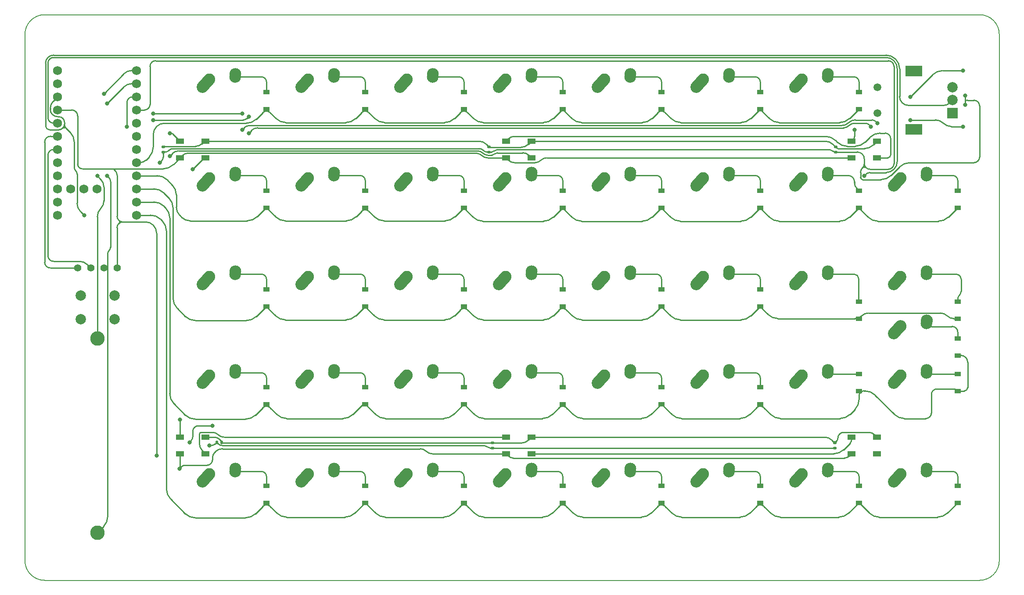
<source format=gbr>
G04 #@! TF.GenerationSoftware,KiCad,Pcbnew,(6.0.1)*
G04 #@! TF.CreationDate,2022-02-23T16:18:42+00:00*
G04 #@! TF.ProjectId,Keyboard Right Hand Side,4b657962-6f61-4726-9420-526967687420,rev?*
G04 #@! TF.SameCoordinates,Original*
G04 #@! TF.FileFunction,Copper,L2,Bot*
G04 #@! TF.FilePolarity,Positive*
%FSLAX46Y46*%
G04 Gerber Fmt 4.6, Leading zero omitted, Abs format (unit mm)*
G04 Created by KiCad (PCBNEW (6.0.1)) date 2022-02-23 16:18:42*
%MOMM*%
%LPD*%
G01*
G04 APERTURE LIST*
G04 Aperture macros list*
%AMRoundRect*
0 Rectangle with rounded corners*
0 $1 Rounding radius*
0 $2 $3 $4 $5 $6 $7 $8 $9 X,Y pos of 4 corners*
0 Add a 4 corners polygon primitive as box body*
4,1,4,$2,$3,$4,$5,$6,$7,$8,$9,$2,$3,0*
0 Add four circle primitives for the rounded corners*
1,1,$1+$1,$2,$3*
1,1,$1+$1,$4,$5*
1,1,$1+$1,$6,$7*
1,1,$1+$1,$8,$9*
0 Add four rect primitives between the rounded corners*
20,1,$1+$1,$2,$3,$4,$5,0*
20,1,$1+$1,$4,$5,$6,$7,0*
20,1,$1+$1,$6,$7,$8,$9,0*
20,1,$1+$1,$8,$9,$2,$3,0*%
%AMHorizOval*
0 Thick line with rounded ends*
0 $1 width*
0 $2 $3 position (X,Y) of the first rounded end (center of the circle)*
0 $4 $5 position (X,Y) of the second rounded end (center of the circle)*
0 Add line between two ends*
20,1,$1,$2,$3,$4,$5,0*
0 Add two circle primitives to create the rounded ends*
1,1,$1,$2,$3*
1,1,$1,$4,$5*%
G04 Aperture macros list end*
G04 #@! TA.AperFunction,Profile*
%ADD10C,0.200000*%
G04 #@! TD*
G04 #@! TA.AperFunction,ComponentPad*
%ADD11C,2.250000*%
G04 #@! TD*
G04 #@! TA.AperFunction,ComponentPad*
%ADD12HorizOval,2.250000X0.655001X0.730000X-0.655001X-0.730000X0*%
G04 #@! TD*
G04 #@! TA.AperFunction,ComponentPad*
%ADD13HorizOval,2.250000X0.020000X0.290000X-0.020000X-0.290000X0*%
G04 #@! TD*
G04 #@! TA.AperFunction,ComponentPad*
%ADD14C,2.000000*%
G04 #@! TD*
G04 #@! TA.AperFunction,ComponentPad*
%ADD15C,1.500000*%
G04 #@! TD*
G04 #@! TA.AperFunction,ComponentPad*
%ADD16R,2.000000X2.000000*%
G04 #@! TD*
G04 #@! TA.AperFunction,ComponentPad*
%ADD17R,3.200000X2.000000*%
G04 #@! TD*
G04 #@! TA.AperFunction,ComponentPad*
%ADD18C,1.397000*%
G04 #@! TD*
G04 #@! TA.AperFunction,ComponentPad*
%ADD19C,1.752600*%
G04 #@! TD*
G04 #@! TA.AperFunction,ComponentPad*
%ADD20C,2.800000*%
G04 #@! TD*
G04 #@! TA.AperFunction,SMDPad,CuDef*
%ADD21R,1.200000X0.900000*%
G04 #@! TD*
G04 #@! TA.AperFunction,SMDPad,CuDef*
%ADD22RoundRect,0.140000X-0.140000X-0.170000X0.140000X-0.170000X0.140000X0.170000X-0.140000X0.170000X0*%
G04 #@! TD*
G04 #@! TA.AperFunction,SMDPad,CuDef*
%ADD23R,1.500000X1.000000*%
G04 #@! TD*
G04 #@! TA.AperFunction,SMDPad,CuDef*
%ADD24RoundRect,0.140000X0.170000X-0.140000X0.170000X0.140000X-0.170000X0.140000X-0.170000X-0.140000X0*%
G04 #@! TD*
G04 #@! TA.AperFunction,ViaPad*
%ADD25C,0.800000*%
G04 #@! TD*
G04 #@! TA.AperFunction,Conductor*
%ADD26C,0.250000*%
G04 #@! TD*
G04 APERTURE END LIST*
D10*
X264793323Y-41276677D02*
G75*
G03*
X260983323Y-37466677I-3809999J1D01*
G01*
X260983323Y-146683323D02*
G75*
G03*
X264793323Y-142873323I1J3809999D01*
G01*
X80646677Y-37466677D02*
X260983323Y-37466677D01*
X76836677Y-142873323D02*
X76836677Y-41276677D01*
X260983323Y-146683323D02*
X80646677Y-146683323D01*
X80646677Y-37466677D02*
G75*
G03*
X76836677Y-41276677I-1J-3809999D01*
G01*
X76836677Y-142873323D02*
G75*
G03*
X80646677Y-146683323I3809999J-1D01*
G01*
X264793323Y-41276677D02*
X264793323Y-142873323D01*
D11*
X169557300Y-88083000D03*
D12*
X168902301Y-88813000D03*
D13*
X174577300Y-87293000D03*
D11*
X174597300Y-87003000D03*
D12*
X187952301Y-126913000D03*
D11*
X188607300Y-126183000D03*
D13*
X193627300Y-125393000D03*
D11*
X193647300Y-125103000D03*
D12*
X187952301Y-69763000D03*
D11*
X188607300Y-69033000D03*
D13*
X193627300Y-68243000D03*
D11*
X193647300Y-67953000D03*
X131457300Y-107133000D03*
D12*
X130802301Y-107863000D03*
D11*
X136497300Y-106053000D03*
D13*
X136477300Y-106343000D03*
D12*
X130802301Y-88813000D03*
D11*
X131457300Y-88083000D03*
D13*
X136477300Y-87293000D03*
D11*
X136497300Y-87003000D03*
X207657300Y-88083000D03*
D12*
X207002301Y-88813000D03*
D13*
X212677300Y-87293000D03*
D11*
X212697300Y-87003000D03*
D12*
X111752301Y-50713000D03*
D11*
X112407300Y-49983000D03*
D13*
X117427300Y-49193000D03*
D11*
X117447300Y-48903000D03*
X226707300Y-107133000D03*
D12*
X226052301Y-107863000D03*
D11*
X231747300Y-106053000D03*
D13*
X231727300Y-106343000D03*
D12*
X168902301Y-50713000D03*
D11*
X169557300Y-49983000D03*
D13*
X174577300Y-49193000D03*
D11*
X174597300Y-48903000D03*
D12*
X226052301Y-88813000D03*
D11*
X226707300Y-88083000D03*
D13*
X231727300Y-87293000D03*
D11*
X231747300Y-87003000D03*
X150507300Y-69033000D03*
D12*
X149852301Y-69763000D03*
D13*
X155527300Y-68243000D03*
D11*
X155547300Y-67953000D03*
D12*
X168902301Y-69763000D03*
D11*
X169557300Y-69033000D03*
X174597300Y-67953000D03*
D13*
X174577300Y-68243000D03*
D11*
X112407300Y-126183000D03*
D12*
X111752301Y-126913000D03*
D13*
X117427300Y-125393000D03*
D11*
X117447300Y-125103000D03*
D12*
X130802301Y-126913000D03*
D11*
X131457300Y-126183000D03*
D13*
X136477300Y-125393000D03*
D11*
X136497300Y-125103000D03*
X245757300Y-126183000D03*
D12*
X245102301Y-126913000D03*
D13*
X250777300Y-125393000D03*
D11*
X250797300Y-125103000D03*
D14*
X87630000Y-91730000D03*
X94130000Y-91730000D03*
X87630000Y-96230000D03*
X94130000Y-96230000D03*
D11*
X188607300Y-107133000D03*
D12*
X187952301Y-107863000D03*
D13*
X193627300Y-106343000D03*
D11*
X193647300Y-106053000D03*
X150507300Y-49983000D03*
D12*
X149852301Y-50713000D03*
D13*
X155527300Y-49193000D03*
D11*
X155547300Y-48903000D03*
X131457300Y-69033000D03*
D12*
X130802301Y-69763000D03*
D13*
X136477300Y-68243000D03*
D11*
X136497300Y-67953000D03*
D12*
X187952301Y-88813000D03*
D11*
X188607300Y-88083000D03*
D13*
X193627300Y-87293000D03*
D11*
X193647300Y-87003000D03*
X226707300Y-69033000D03*
D12*
X226052301Y-69763000D03*
D11*
X231747300Y-67953000D03*
D13*
X231727300Y-68243000D03*
D12*
X245102301Y-69763000D03*
D11*
X245757300Y-69033000D03*
D13*
X250777300Y-68243000D03*
D11*
X250797300Y-67953000D03*
D12*
X168902301Y-107863000D03*
D11*
X169557300Y-107133000D03*
D13*
X174577300Y-106343000D03*
D11*
X174597300Y-106053000D03*
X207657300Y-69033000D03*
D12*
X207002301Y-69763000D03*
D13*
X212677300Y-68243000D03*
D11*
X212697300Y-67953000D03*
D12*
X168902301Y-126913000D03*
D11*
X169557300Y-126183000D03*
X174597300Y-125103000D03*
D13*
X174577300Y-125393000D03*
D12*
X149852301Y-126913000D03*
D11*
X150507300Y-126183000D03*
D13*
X155527300Y-125393000D03*
D11*
X155547300Y-125103000D03*
X131457300Y-49983000D03*
D12*
X130802301Y-50713000D03*
D11*
X136497300Y-48903000D03*
D13*
X136477300Y-49193000D03*
D15*
X241275000Y-51470000D03*
X241275000Y-56470000D03*
D16*
X255775000Y-56470000D03*
D14*
X255775000Y-51470000D03*
X255775000Y-53970000D03*
D17*
X248275000Y-48370000D03*
X248275000Y-59570000D03*
D11*
X245772300Y-97603000D03*
D12*
X245117301Y-98333000D03*
D13*
X250792300Y-96813000D03*
D11*
X250812300Y-96523000D03*
X226707300Y-49983000D03*
D12*
X226052301Y-50713000D03*
D11*
X231747300Y-48903000D03*
D13*
X231727300Y-49193000D03*
D12*
X245087301Y-107863000D03*
D11*
X245742300Y-107133000D03*
D13*
X250762300Y-106343000D03*
D11*
X250782300Y-106053000D03*
D12*
X111752301Y-69763000D03*
D11*
X112407300Y-69033000D03*
X117447300Y-67953000D03*
D13*
X117427300Y-68243000D03*
D11*
X207657300Y-49983000D03*
D12*
X207002301Y-50713000D03*
D11*
X212697300Y-48903000D03*
D13*
X212677300Y-49193000D03*
D12*
X149852301Y-107863000D03*
D11*
X150507300Y-107133000D03*
X155547300Y-106053000D03*
D13*
X155527300Y-106343000D03*
D11*
X226707300Y-126183000D03*
D12*
X226052301Y-126913000D03*
D11*
X231747300Y-125103000D03*
D13*
X231727300Y-125393000D03*
D18*
X94605000Y-86360000D03*
X92065000Y-86360000D03*
X89525000Y-86360000D03*
X86985000Y-86360000D03*
D11*
X207657300Y-126183000D03*
D12*
X207002301Y-126913000D03*
D13*
X212677300Y-125393000D03*
D11*
X212697300Y-125103000D03*
X207657300Y-107133000D03*
D12*
X207002301Y-107863000D03*
D11*
X212697300Y-106053000D03*
D13*
X212677300Y-106343000D03*
D19*
X83157300Y-48234750D03*
X83157300Y-50774750D03*
X83157300Y-53314750D03*
X83157300Y-55854750D03*
X83157300Y-58394750D03*
X83157300Y-60934750D03*
X83157300Y-63474750D03*
X83157300Y-66014750D03*
X83157300Y-68554750D03*
X83157300Y-71094750D03*
X83157300Y-73634750D03*
X83157300Y-76174750D03*
X98397300Y-76174750D03*
X98397300Y-73634750D03*
X98397300Y-71094750D03*
X98397300Y-68554750D03*
X98397300Y-66014750D03*
X98397300Y-63474750D03*
X98397300Y-60934750D03*
X98397300Y-58394750D03*
X98397300Y-55854750D03*
X98397300Y-53314750D03*
X98397300Y-50774750D03*
X98397300Y-48234750D03*
X85697300Y-71094750D03*
X88237300Y-71094750D03*
X90777300Y-71094750D03*
D12*
X111752301Y-107863000D03*
D11*
X112407300Y-107133000D03*
D13*
X117427300Y-106343000D03*
D11*
X117447300Y-106053000D03*
D20*
X90805000Y-137495000D03*
X90805000Y-99995000D03*
D12*
X149852301Y-88813000D03*
D11*
X150507300Y-88083000D03*
X155547300Y-87003000D03*
D13*
X155527300Y-87293000D03*
D11*
X112407300Y-88083000D03*
D12*
X111752301Y-88813000D03*
D13*
X117427300Y-87293000D03*
D11*
X117447300Y-87003000D03*
X188607300Y-49983000D03*
D12*
X187952301Y-50713000D03*
D13*
X193627300Y-49193000D03*
D11*
X193647300Y-48903000D03*
D12*
X245057301Y-88813000D03*
D11*
X245712300Y-88083000D03*
D13*
X250732300Y-87293000D03*
D11*
X250752300Y-87003000D03*
D21*
X237732300Y-74724800D03*
X237732300Y-71424800D03*
X199632300Y-55674800D03*
X199632300Y-52374800D03*
X199632300Y-112648000D03*
X199632300Y-109348000D03*
D22*
X113820000Y-120015000D03*
X114780000Y-120015000D03*
D23*
X174535000Y-61900000D03*
X174535000Y-65100000D03*
X169635000Y-65100000D03*
X169635000Y-61900000D03*
D21*
X180582300Y-55674800D03*
X180582300Y-52374800D03*
X256782300Y-96138000D03*
X256782300Y-92838000D03*
X161532300Y-112648000D03*
X161532300Y-109348000D03*
D23*
X241210000Y-119050000D03*
X241210000Y-122250000D03*
X236310000Y-122250000D03*
X236310000Y-119050000D03*
D21*
X161532300Y-55674800D03*
X161532300Y-52374800D03*
D24*
X166370000Y-63980000D03*
X166370000Y-63020000D03*
D21*
X237732300Y-55674800D03*
X237732300Y-52374800D03*
D24*
X233200000Y-63980000D03*
X233200000Y-63020000D03*
D23*
X174535000Y-119050000D03*
X174535000Y-122250000D03*
X169635000Y-122250000D03*
X169635000Y-119050000D03*
D21*
X180582300Y-131698000D03*
X180582300Y-128398000D03*
X123432300Y-55674800D03*
X123432300Y-52374800D03*
X256782300Y-103250000D03*
X256782300Y-99950000D03*
X161532300Y-131698000D03*
X161532300Y-128398000D03*
X256782300Y-110108000D03*
X256782300Y-106808000D03*
X199632300Y-74724800D03*
X199632300Y-71424800D03*
X161532300Y-74724800D03*
X161532300Y-71424800D03*
X218682300Y-112648000D03*
X218682300Y-109348000D03*
X180582300Y-112648000D03*
X180582300Y-109348000D03*
X142482300Y-131698000D03*
X142482300Y-128398000D03*
X142482300Y-93774800D03*
X142482300Y-90474800D03*
X256782300Y-131698000D03*
X256782300Y-128398000D03*
X199632300Y-131698000D03*
X199632300Y-128398000D03*
X123432300Y-112648000D03*
X123432300Y-109348000D03*
X199632300Y-93774800D03*
X199632300Y-90474800D03*
X180582300Y-74724800D03*
X180582300Y-71424800D03*
X237732300Y-131698000D03*
X237732300Y-128398000D03*
X237732300Y-110108000D03*
X237732300Y-106808000D03*
X123432300Y-74724800D03*
X123432300Y-71424800D03*
X218682300Y-131698000D03*
X218682300Y-128398000D03*
D24*
X103505000Y-63980000D03*
X103505000Y-63020000D03*
D21*
X142482300Y-112648000D03*
X142482300Y-109348000D03*
X142482300Y-55674800D03*
X142482300Y-52374800D03*
X218682300Y-93774800D03*
X218682300Y-90474800D03*
X123432300Y-93774800D03*
X123432300Y-90474800D03*
X218682300Y-74724800D03*
X218682300Y-71424800D03*
D23*
X111670000Y-61900000D03*
X111670000Y-65100000D03*
X106770000Y-65100000D03*
X106770000Y-61900000D03*
X241210000Y-61900000D03*
X241210000Y-65100000D03*
X236310000Y-65100000D03*
X236310000Y-61900000D03*
D21*
X180582300Y-93774800D03*
X180582300Y-90474800D03*
X161532300Y-93774800D03*
X161532300Y-90474800D03*
X256782300Y-74724800D03*
X256782300Y-71424800D03*
X237732300Y-96138000D03*
X237732300Y-92838000D03*
D23*
X111670000Y-119050000D03*
X111670000Y-122250000D03*
X106770000Y-122250000D03*
X106770000Y-119050000D03*
D21*
X123432300Y-131698000D03*
X123432300Y-128398000D03*
D24*
X167005000Y-121130000D03*
X167005000Y-120170000D03*
D21*
X142482300Y-74724800D03*
X142482300Y-71424800D03*
X218682300Y-55674800D03*
X218682300Y-52374800D03*
D24*
X233045000Y-121130000D03*
X233045000Y-120170000D03*
D25*
X88265000Y-76200000D03*
X258217500Y-54837500D03*
X113030000Y-116840000D03*
X102870000Y-66040000D03*
X258217500Y-53112500D03*
X112395000Y-120650000D03*
X108585000Y-120015000D03*
X92710000Y-54610000D03*
X92710000Y-68580000D03*
X90805000Y-68580000D03*
X92075000Y-52705000D03*
X102235000Y-122555000D03*
X106680000Y-125095000D03*
X236855000Y-59690000D03*
X238760000Y-68580000D03*
X247650000Y-57785000D03*
X120015000Y-60325000D03*
X120015000Y-57150000D03*
X240030000Y-59055000D03*
X101600000Y-57785000D03*
X257810000Y-59055000D03*
X101600000Y-56515000D03*
X247650000Y-53340000D03*
X118745000Y-59690000D03*
X241300000Y-58420000D03*
X257810000Y-48260000D03*
X118745000Y-56515000D03*
X104775000Y-60325000D03*
X104775000Y-64770000D03*
X106770000Y-115660000D03*
X109220000Y-67310000D03*
X96520000Y-59055000D03*
D26*
X108697300Y-77264799D02*
G75*
G02*
X107071280Y-76591280I3J2299546D01*
G01*
X119728218Y-77264800D02*
G75*
G03*
X121652096Y-76467903I-2J2720777D01*
G01*
X123413750Y-74724801D02*
G75*
G02*
X123445415Y-74737917I3J-44776D01*
G01*
X106718519Y-76238519D02*
G75*
G02*
X106045000Y-74612500I1626010J1626015D01*
G01*
X123382083Y-74737916D02*
G75*
G02*
X123413750Y-74724800I31662J-31657D01*
G01*
X127595059Y-77264800D02*
X127264540Y-77264800D01*
X110602300Y-77264800D02*
X108697300Y-77264800D01*
X106045000Y-73342500D02*
X106045000Y-73977500D01*
X106816467Y-65053528D02*
X106696041Y-65173954D01*
X106267939Y-65602056D02*
X106107916Y-65762079D01*
X107199197Y-64670802D02*
X107171152Y-64698846D01*
X105947893Y-65922102D02*
X105835714Y-66034281D01*
X106039866Y-65830130D02*
X106015944Y-65854052D01*
X106644697Y-65225299D02*
X106626960Y-65243036D01*
X96440623Y-77470000D02*
X96400936Y-77470000D01*
X105780655Y-66089340D02*
X105778594Y-66091402D01*
X96361249Y-77470000D02*
X96321562Y-77470000D01*
X96202500Y-77470000D02*
X96043750Y-77470000D01*
X96043750Y-77470000D02*
X95885000Y-77470000D01*
X107114030Y-64755966D02*
X107083921Y-64786073D01*
X96599374Y-77470000D02*
X96480311Y-77470000D01*
X96400936Y-77470000D02*
X96361249Y-77470000D01*
X97264140Y-77470000D02*
X97045859Y-77470000D01*
X97035938Y-77470000D02*
X96837500Y-77470000D01*
X95597264Y-77470000D02*
X95577421Y-77470000D01*
X107044948Y-64825047D02*
X106936893Y-64933102D01*
X106540141Y-65329854D02*
X106384241Y-65485754D01*
X105492370Y-66377626D02*
X105465013Y-66404985D01*
X105575474Y-66294522D02*
X105547429Y-66322567D01*
X95686562Y-77470000D02*
X95646873Y-77470000D01*
X105778594Y-66091402D02*
X105776533Y-66093463D01*
X106626960Y-65243036D02*
X106609223Y-65260773D01*
X96311640Y-77470000D02*
X96252109Y-77470000D01*
X95726250Y-77470000D02*
X95686562Y-77470000D01*
X96837500Y-77470000D02*
X96639062Y-77470000D01*
X95646873Y-77470000D02*
X95607186Y-77470000D01*
X106885958Y-64984037D02*
X106879773Y-64990223D01*
X98107500Y-77470000D02*
X97472500Y-77470000D01*
X105723536Y-66146461D02*
X105615480Y-66254517D01*
X106879773Y-64990223D02*
X106873588Y-64996408D01*
X95765938Y-77470000D02*
X95726250Y-77470000D01*
X107144139Y-64725859D02*
X107114030Y-64755966D01*
X95835390Y-77470000D02*
X95775859Y-77470000D01*
X106015944Y-65854052D02*
X105992022Y-65877974D01*
X105547429Y-66322567D02*
X105519384Y-66350612D01*
X169288189Y-120170000D02*
X169168279Y-120170000D01*
X171702835Y-120170000D02*
X171439920Y-120170000D01*
X167928644Y-120170000D02*
X167312881Y-120170000D01*
X172491582Y-120170000D02*
X172228666Y-120170000D01*
X169528009Y-120170000D02*
X169408099Y-120170000D01*
X168980307Y-120170000D02*
X168484453Y-120170000D01*
X165833428Y-120170000D02*
X163490284Y-120170000D01*
X171965750Y-120170000D02*
X171702835Y-120170000D01*
X169408099Y-120170000D02*
X169288189Y-120170000D01*
X167312881Y-120170000D02*
X166697118Y-120170000D01*
X170985592Y-120170000D02*
X170053840Y-120170000D01*
X163490284Y-120170000D02*
X161147140Y-120170000D01*
X161147140Y-120170000D02*
X158803996Y-120170000D01*
X169647919Y-120170000D02*
X169528009Y-120170000D01*
X166388750Y-63038750D02*
X166392500Y-63042500D01*
X166325000Y-62975000D02*
X166328750Y-62978750D01*
X111992500Y-61900000D02*
X111925312Y-61900000D01*
X166321250Y-62971250D02*
X166325000Y-62975000D01*
X112059688Y-61900000D02*
X111992500Y-61900000D01*
X111831249Y-61900000D02*
X111817812Y-61900000D01*
X166317500Y-62967500D02*
X166321250Y-62971250D01*
X111844686Y-61900000D02*
X111831249Y-61900000D01*
X166261250Y-62911250D02*
X166280000Y-62930000D01*
X166280000Y-62930000D02*
X166298750Y-62948750D01*
X166302500Y-62952500D02*
X166313750Y-62963750D01*
X111602812Y-61900000D02*
X111589373Y-61900000D01*
X111858123Y-61900000D02*
X111844686Y-61900000D01*
X111653203Y-61900000D02*
X111633047Y-61900000D01*
X166374687Y-63024687D02*
X166380312Y-63030312D01*
X111572577Y-61900000D02*
X111565859Y-61900000D01*
X166329687Y-62979687D02*
X166335312Y-62985312D01*
X166340000Y-62990000D02*
X166355000Y-63005000D01*
X166355000Y-63005000D02*
X166370000Y-63020000D01*
X111777500Y-61900000D02*
X111723750Y-61900000D01*
X111589373Y-61900000D02*
X111575936Y-61900000D01*
X111629688Y-61900000D02*
X111616250Y-61900000D01*
X112136953Y-61900000D02*
X112063047Y-61900000D01*
X166239687Y-62889687D02*
X166260312Y-62910312D01*
X166160000Y-62810000D02*
X166220000Y-62870000D01*
X111911874Y-61900000D02*
X111871561Y-61900000D01*
X111616250Y-61900000D02*
X111602812Y-61900000D01*
X166392500Y-63042500D02*
X166396250Y-63046250D01*
X166397187Y-63047187D02*
X166399062Y-63049062D01*
X112422500Y-61900000D02*
X112207500Y-61900000D01*
X111723750Y-61900000D02*
X111670000Y-61900000D01*
X166381250Y-63031250D02*
X166385000Y-63035000D01*
X166385000Y-63035000D02*
X166388750Y-63038750D01*
X111814453Y-61900000D02*
X111794297Y-61900000D01*
X233084674Y-63980000D02*
X233061609Y-63980000D01*
X167650348Y-121130000D02*
X167611395Y-121130000D01*
X166977204Y-121130000D02*
X166963307Y-121130000D01*
X167548808Y-121130000D02*
X167462586Y-121130000D01*
X166557016Y-121130000D02*
X166555279Y-121130000D01*
X166857734Y-63980000D02*
X166851110Y-63980000D01*
X167202498Y-121130000D02*
X167188601Y-121130000D01*
X166668326Y-121130000D02*
X166648215Y-121130000D01*
X233476779Y-63980000D02*
X233453714Y-63980000D01*
X166627369Y-121130000D02*
X166623894Y-121130000D01*
X233292260Y-63980000D02*
X233200000Y-63980000D01*
X166851110Y-63980000D02*
X166844486Y-63980000D01*
X166869326Y-63980000D02*
X166866014Y-63980000D01*
X233615169Y-63980000D02*
X233545974Y-63980000D01*
X166768547Y-121130000D02*
X166718437Y-121130000D01*
X166571781Y-121130000D02*
X166568307Y-121130000D01*
X166864358Y-63980000D02*
X166857734Y-63980000D01*
X233130804Y-63980000D02*
X233107739Y-63980000D01*
X233061609Y-63980000D02*
X233038544Y-63980000D01*
X234491640Y-63980000D02*
X234122600Y-63980000D01*
X168719913Y-121130000D02*
X168450087Y-121130000D01*
X167886801Y-121130000D02*
X167742150Y-121130000D01*
X234001509Y-63980000D02*
X233874651Y-63980000D01*
X233032778Y-63980000D02*
X233021246Y-63980000D01*
X166794286Y-121130000D02*
X166792917Y-121130000D01*
X166568307Y-121130000D02*
X166564833Y-121130000D01*
X233107739Y-63980000D02*
X233084674Y-63980000D01*
X166659017Y-63980000D02*
X166625898Y-63980000D01*
X166817988Y-63980000D02*
X166791493Y-63980000D01*
X166836205Y-63980000D02*
X166826267Y-63980000D01*
X233868884Y-63980000D02*
X233753559Y-63980000D01*
X233522909Y-63980000D02*
X233499844Y-63980000D01*
X166642686Y-121130000D02*
X166633633Y-121130000D01*
X166596100Y-121130000D02*
X166582203Y-121130000D01*
X166685882Y-121130000D02*
X166670882Y-121130000D01*
X166624242Y-63980000D02*
X166587811Y-63980000D01*
X166731880Y-63980000D02*
X166725256Y-63980000D01*
X166844486Y-63980000D02*
X166837862Y-63980000D01*
X166564833Y-121130000D02*
X166561359Y-121130000D01*
X233171169Y-63980000D02*
X233136571Y-63980000D01*
X166692136Y-63980000D02*
X166659017Y-63980000D01*
X233384520Y-63980000D02*
X233292260Y-63980000D01*
X167188601Y-121130000D02*
X167174704Y-121130000D01*
X168189999Y-121130000D02*
X167939650Y-121130000D01*
X169770000Y-121130000D02*
X168980000Y-121130000D01*
X166745128Y-63980000D02*
X166738504Y-63980000D01*
X167611395Y-121130000D02*
X167572442Y-121130000D01*
X167689301Y-121130000D02*
X167650348Y-121130000D01*
X167004998Y-121130000D02*
X166991101Y-121130000D01*
X166630844Y-121130000D02*
X166627369Y-121130000D01*
X166553036Y-63980000D02*
X166447054Y-63980000D01*
X166577860Y-121130000D02*
X166572649Y-121130000D01*
X166738504Y-63980000D02*
X166731880Y-63980000D01*
X166561359Y-121130000D02*
X166557885Y-121130000D01*
X166874244Y-121130000D02*
X166821395Y-121130000D01*
X167343675Y-121130000D02*
X167244925Y-121130000D01*
X166609997Y-121130000D02*
X166596100Y-121130000D01*
X166619551Y-121130000D02*
X166614340Y-121130000D01*
X233447948Y-63980000D02*
X233413351Y-63980000D01*
X166718632Y-63980000D02*
X166698760Y-63980000D01*
X233499844Y-63980000D02*
X233476779Y-63980000D01*
X167174704Y-121130000D02*
X167160807Y-121130000D01*
X233753559Y-63980000D02*
X233638234Y-63980000D01*
X166991101Y-121130000D02*
X166977204Y-121130000D01*
X166700882Y-121130000D02*
X166685882Y-121130000D01*
X166756718Y-63980000D02*
X166746783Y-63980000D01*
X166791493Y-63980000D02*
X166764998Y-63980000D01*
X166795655Y-121130000D02*
X166794286Y-121130000D01*
X168440348Y-121130000D02*
X168189999Y-121130000D01*
X166623894Y-121130000D02*
X166620419Y-121130000D01*
X106045000Y-73342500D02*
X106045000Y-73025000D01*
X106045000Y-74612500D02*
X106045000Y-73977500D01*
X107071280Y-76591280D02*
X106718519Y-76238519D01*
X119728218Y-77264800D02*
X110602300Y-77264800D01*
X121652096Y-76467903D02*
X123382083Y-74737916D01*
X127264540Y-77264800D02*
X127099281Y-77264800D01*
X127595059Y-77264800D02*
X138815318Y-77264800D01*
X123445416Y-74737916D02*
X125175403Y-76467903D01*
X143189406Y-75431906D02*
X144225403Y-76467903D01*
X161504652Y-74752447D02*
X159789196Y-76467903D01*
X161559947Y-74830647D02*
X163275403Y-76546103D01*
X176837118Y-77343000D02*
X165199281Y-77343000D01*
X180554652Y-74752447D02*
X178760996Y-76546103D01*
X195887118Y-77343000D02*
X184249281Y-77343000D01*
X180609947Y-74830647D02*
X182325403Y-76546103D01*
X199604652Y-74752447D02*
X197810996Y-76546103D01*
X220425403Y-76546103D02*
X218709947Y-74830647D01*
X222349281Y-77343000D02*
X233987118Y-77343000D01*
X237704652Y-74752447D02*
X235910996Y-76546103D01*
X239475403Y-76546103D02*
X237759947Y-74830647D01*
X254960996Y-76546103D02*
X256782300Y-74724800D01*
X201375403Y-76546103D02*
X199659947Y-74830647D01*
X125175403Y-76467903D02*
G75*
G03*
X127099281Y-77264800I1923880J1923880D01*
G01*
X141775193Y-75431906D02*
X140739196Y-76467903D01*
X140739196Y-76467903D02*
G75*
G02*
X138815318Y-77264800I-1923880J1923880D01*
G01*
X143189406Y-75431906D02*
G75*
G03*
X141775193Y-75431906I-707106J-707107D01*
G01*
X203299281Y-77343000D02*
X214937118Y-77343000D01*
X144225403Y-76467903D02*
G75*
G03*
X146149281Y-77264800I1923880J1923880D01*
G01*
X161504652Y-74752447D02*
G75*
G02*
X161532300Y-74763900I11452J-11452D01*
G01*
X161532301Y-74763900D02*
G75*
G03*
X161559948Y-74830646I94393J-1D01*
G01*
X178760996Y-76546103D02*
G75*
G02*
X176837118Y-77343000I-1923880J1923880D01*
G01*
X165199281Y-77343000D02*
G75*
G02*
X163275403Y-76546103I2J2720777D01*
G01*
X180582299Y-74763900D02*
G75*
G03*
X180554652Y-74752447I-16195J1D01*
G01*
X180582301Y-74763900D02*
G75*
G03*
X180609948Y-74830646I94393J-1D01*
G01*
X182325403Y-76546103D02*
G75*
G03*
X184249281Y-77343000I1923880J1923880D01*
G01*
X197810996Y-76546103D02*
G75*
G02*
X195887118Y-77343000I-1923880J1923880D01*
G01*
X199632299Y-74763900D02*
G75*
G03*
X199604652Y-74752447I-16195J1D01*
G01*
X199659947Y-74830647D02*
G75*
G02*
X199632300Y-74763900I66747J66746D01*
G01*
X241399281Y-77343000D02*
X253037118Y-77343000D01*
X201375403Y-76546103D02*
G75*
G03*
X203299281Y-77343000I1923880J1923880D01*
G01*
X159789196Y-76467903D02*
G75*
G02*
X157865318Y-77264800I-1923880J1923880D01*
G01*
X218654652Y-74752447D02*
X216860996Y-76546103D01*
X214937118Y-77343000D02*
G75*
G03*
X216860996Y-76546103I-2J2720777D01*
G01*
X218709947Y-74830647D02*
G75*
G02*
X218682300Y-74763900I66747J66746D01*
G01*
X220425403Y-76546103D02*
G75*
G03*
X222349281Y-77343000I1923880J1923880D01*
G01*
X237732299Y-74763900D02*
G75*
G03*
X237704652Y-74752447I-16195J1D01*
G01*
X233987118Y-77343000D02*
G75*
G03*
X235910996Y-76546103I-2J2720777D01*
G01*
X237759947Y-74830647D02*
G75*
G02*
X237732300Y-74763900I66747J66746D01*
G01*
X239475403Y-76546103D02*
G75*
G03*
X241399281Y-77343000I1923880J1923880D01*
G01*
X253037118Y-77343000D02*
G75*
G03*
X254960996Y-76546103I-2J2720777D01*
G01*
X218682299Y-74763900D02*
G75*
G03*
X218654652Y-74752447I-16195J1D01*
G01*
X157865318Y-77264800D02*
X146149281Y-77264800D01*
X105492370Y-66377626D02*
X105519384Y-66350612D01*
X107083921Y-64786073D02*
X107044948Y-64825047D01*
X105575474Y-66294522D02*
X105615480Y-66254517D01*
X107171152Y-64698846D02*
X107144139Y-64725859D01*
X95885000Y-77470000D02*
X95835390Y-77470000D01*
X106936893Y-64933102D02*
X106885958Y-64984037D01*
X106540141Y-65329854D02*
X106609223Y-65260773D01*
X106696041Y-65173954D02*
X106644697Y-65225299D01*
X96202500Y-77470000D02*
X96252109Y-77470000D01*
X95597264Y-77470000D02*
X95607186Y-77470000D01*
X105947893Y-65922102D02*
X105992022Y-65877974D01*
X97264140Y-77470000D02*
X97472500Y-77470000D01*
X106107916Y-65762079D02*
X106039866Y-65830130D01*
X105835714Y-66034281D02*
X105780655Y-66089340D01*
X96599374Y-77470000D02*
X96639062Y-77470000D01*
X106816467Y-65053528D02*
X106873588Y-64996408D01*
X105776533Y-66093463D02*
X105723536Y-66146461D01*
X171439920Y-120170000D02*
X170985592Y-120170000D01*
X167928644Y-120170000D02*
X168484453Y-120170000D01*
X165833428Y-120170000D02*
X166697118Y-120170000D01*
X172228666Y-120170000D02*
X171965750Y-120170000D01*
X111572577Y-61900000D02*
X111575936Y-61900000D01*
X111653203Y-61900000D02*
X111670000Y-61900000D01*
X111925312Y-61900000D02*
X111911874Y-61900000D01*
X111777500Y-61900000D02*
X111794297Y-61900000D01*
X166396250Y-63046250D02*
X166397187Y-63047187D01*
X166374687Y-63024687D02*
X166370000Y-63020000D01*
X166335312Y-62985312D02*
X166340000Y-62990000D01*
X166298750Y-62948750D02*
X166302500Y-62952500D01*
X166239687Y-62889687D02*
X166220000Y-62870000D01*
X112136953Y-61900000D02*
X112207500Y-61900000D01*
X245584538Y-66836896D02*
G75*
G02*
X247508416Y-66040000I1923876J-1923874D01*
G01*
X166718437Y-121130000D02*
X166700882Y-121130000D01*
X166821395Y-121130000D02*
X166795655Y-121130000D01*
X166609997Y-121130000D02*
X166614340Y-121130000D01*
X166648215Y-121130000D02*
X166642686Y-121130000D01*
X233384520Y-63980000D02*
X233413351Y-63980000D01*
X166866014Y-63980000D02*
X166864358Y-63980000D01*
X166587811Y-63980000D02*
X166553036Y-63980000D01*
X233200000Y-63980000D02*
X233171169Y-63980000D01*
X166557016Y-121130000D02*
X166557885Y-121130000D01*
X233038544Y-63980000D02*
X233032778Y-63980000D01*
X166768547Y-121130000D02*
X166792917Y-121130000D01*
X167886801Y-121130000D02*
X167939650Y-121130000D01*
X166668326Y-121130000D02*
X166670882Y-121130000D01*
X168719913Y-121130000D02*
X168980000Y-121130000D01*
X166692136Y-63980000D02*
X166698760Y-63980000D01*
X166756718Y-63980000D02*
X166764998Y-63980000D01*
X234122600Y-63980000D02*
X234001509Y-63980000D01*
X166582203Y-121130000D02*
X166577860Y-121130000D01*
X233615169Y-63980000D02*
X233638234Y-63980000D01*
X167462586Y-121130000D02*
X167343675Y-121130000D01*
X166817988Y-63980000D02*
X166826267Y-63980000D01*
X259900987Y-66040000D02*
X247508416Y-66040000D01*
X243913821Y-68507614D02*
X245584538Y-66836896D01*
X96440623Y-77470000D02*
X96480311Y-77470000D01*
X97045859Y-77470000D02*
X97035938Y-77470000D01*
X106267939Y-65602056D02*
X106384241Y-65485754D01*
X95765938Y-77470000D02*
X95775859Y-77470000D01*
X96321562Y-77470000D02*
X96311640Y-77470000D01*
X111858123Y-61900000D02*
X111871561Y-61900000D01*
X111633047Y-61900000D02*
X111629688Y-61900000D01*
X166380312Y-63030312D02*
X166381250Y-63031250D01*
X166328750Y-62978750D02*
X166329687Y-62979687D01*
X112059688Y-61900000D02*
X112063047Y-61900000D01*
X166317500Y-62967500D02*
X166313750Y-62963750D01*
X166261250Y-62911250D02*
X166260312Y-62910312D01*
X111817812Y-61900000D02*
X111814453Y-61900000D01*
X233130804Y-63980000D02*
X233136571Y-63980000D01*
X166633633Y-121130000D02*
X166630844Y-121130000D01*
X166571781Y-121130000D02*
X166572649Y-121130000D01*
X167004998Y-121130000D02*
X167160807Y-121130000D01*
X166619551Y-121130000D02*
X166620419Y-121130000D01*
X166745128Y-63980000D02*
X166746783Y-63980000D01*
X167742150Y-121130000D02*
X167689301Y-121130000D01*
X167202498Y-121130000D02*
X167244925Y-121130000D01*
X168450087Y-121130000D02*
X168440348Y-121130000D01*
X166725256Y-63980000D02*
X166718632Y-63980000D01*
X233874651Y-63980000D02*
X233868884Y-63980000D01*
X166963307Y-121130000D02*
X166874244Y-121130000D01*
X166625898Y-63980000D02*
X166624242Y-63980000D01*
X166836205Y-63980000D02*
X166837862Y-63980000D01*
X233453714Y-63980000D02*
X233447948Y-63980000D01*
X233545974Y-63980000D02*
X233522909Y-63980000D01*
X167548808Y-121130000D02*
X167572442Y-121130000D01*
X255272500Y-54472500D02*
G75*
G02*
X254059357Y-54975000I-1213146J1213151D01*
G01*
X255272500Y-54472500D02*
X255775000Y-53970000D01*
X254059357Y-54975000D02*
X247266626Y-54975000D01*
X245559520Y-53267893D02*
X245559520Y-47886800D01*
X82364013Y-45270480D02*
X242943199Y-45270480D01*
X80830480Y-46804013D02*
X80830480Y-58922621D01*
X83370987Y-59690000D02*
X81597858Y-59690000D01*
X246059520Y-54475000D02*
G75*
G03*
X247266626Y-54975000I1207107J1207108D01*
G01*
X242943199Y-45270480D02*
G75*
G02*
X244793217Y-46036782I1J-2616319D01*
G01*
X246059520Y-54475000D02*
G75*
G02*
X245559520Y-53267893I1207101J1207105D01*
G01*
X81279641Y-45719641D02*
G75*
G03*
X80830480Y-46804013I1084372J-1084371D01*
G01*
X81279641Y-45719641D02*
G75*
G02*
X82364013Y-45270480I1084371J-1084372D01*
G01*
X245559520Y-47886800D02*
G75*
G03*
X244793217Y-46036782I-2616321J-1D01*
G01*
X81597858Y-59689999D02*
G75*
G02*
X81055241Y-59465239I3J767384D01*
G01*
X81055240Y-59465240D02*
G75*
G02*
X80830480Y-58922621I542618J542618D01*
G01*
X83370987Y-59690000D02*
G75*
G03*
X84137500Y-59372500I-4J1084022D01*
G01*
X80645001Y-85275987D02*
G75*
G03*
X80962501Y-86042499I1084010J-1D01*
G01*
X81729012Y-86360000D02*
G75*
G02*
X80962500Y-86042500I1J1084013D01*
G01*
X87356974Y-85090000D02*
G75*
G02*
X88890000Y-85725000I-1J-2168028D01*
G01*
X81597500Y-84772500D02*
G75*
G02*
X81280000Y-84005987I766511J766512D01*
G01*
X81597500Y-84772500D02*
G75*
G03*
X82364012Y-85090000I766513J766513D01*
G01*
X169168279Y-120170000D02*
X168980307Y-120170000D01*
X170053840Y-120170000D02*
X169647919Y-120170000D01*
X80645000Y-62061867D02*
X80645000Y-85275987D01*
X81772117Y-60934750D02*
X83157300Y-60934750D01*
X80975125Y-61264875D02*
G75*
G03*
X80645000Y-62061867I796984J-796989D01*
G01*
X81772117Y-60934750D02*
G75*
G03*
X80975125Y-61264875I-3J-1127109D01*
G01*
X81729012Y-86360000D02*
X86985000Y-86360000D01*
X88890000Y-85725000D02*
X89525000Y-86360000D01*
X81280000Y-64601867D02*
G75*
G02*
X81610125Y-63804875I1127109J3D01*
G01*
X81280000Y-84005987D02*
X81280000Y-64601867D01*
X82364012Y-85090000D02*
X87356974Y-85090000D01*
X82407117Y-63474750D02*
G75*
G03*
X81610125Y-63804875I-3J-1127109D01*
G01*
X82407117Y-63474750D02*
X83157300Y-63474750D01*
X94605000Y-78571083D02*
X94605000Y-86360000D01*
X86360000Y-62086981D02*
X86360000Y-66929498D01*
X86898111Y-73866574D02*
X86898111Y-68228612D01*
X88265000Y-76200000D02*
X87581555Y-75516555D01*
X84455000Y-58234012D02*
X84455000Y-58605987D01*
X83370987Y-57150000D02*
X83130166Y-57150000D01*
X81729520Y-55749353D02*
X81729520Y-55536025D01*
X85563103Y-60163103D02*
X84772500Y-59372500D01*
X82290605Y-54181444D02*
X83157300Y-53314750D01*
X84137500Y-57467500D02*
G75*
G02*
X84455000Y-58234012I-766513J-766513D01*
G01*
X84455001Y-58605987D02*
G75*
G03*
X84772501Y-59372499I1084010J-1D01*
G01*
X84772500Y-59372500D02*
G75*
G03*
X84137500Y-59372500I-317500J-317499D01*
G01*
X86360000Y-62086981D02*
G75*
G03*
X85563103Y-60163103I-2720777J-2D01*
G01*
X82139760Y-56739760D02*
G75*
G03*
X83130166Y-57150000I990406J990405D01*
G01*
X86629055Y-67579055D02*
G75*
G02*
X86898111Y-68228612I-649561J-649560D01*
G01*
X87581555Y-75516555D02*
G75*
G02*
X86898111Y-73866574I1649980J1649980D01*
G01*
X84455000Y-58605987D02*
G75*
G02*
X84137500Y-59372500I-1084022J4D01*
G01*
X86360000Y-66929498D02*
G75*
G03*
X86629055Y-67579055I918615J1D01*
G01*
X81729520Y-55749353D02*
G75*
G03*
X82139760Y-56739760I1400639J-3D01*
G01*
X84137500Y-57467500D02*
G75*
G03*
X83370987Y-57150000I-766512J-766511D01*
G01*
X81729520Y-55536025D02*
G75*
G02*
X82290605Y-54181444I1915665J1D01*
G01*
X201375403Y-95596103D02*
X199659947Y-93880647D01*
X181289406Y-94481906D02*
X182403603Y-95596103D01*
X142454652Y-93802447D02*
X140660996Y-95596103D01*
X218654652Y-93802447D02*
X216860996Y-95596103D01*
X162239406Y-94481906D02*
X163353603Y-95596103D01*
X222094281Y-96138000D02*
X236979577Y-96138000D01*
X195887118Y-96393000D02*
X184327481Y-96393000D01*
X109711981Y-96520000D02*
X119560118Y-96520000D01*
X256010022Y-96138000D02*
X256782300Y-96138000D01*
X214937118Y-96393000D02*
X203299281Y-96393000D01*
X103641646Y-71891646D02*
X104613103Y-72863103D01*
X160825193Y-94481906D02*
X159710996Y-95596103D01*
X144225403Y-95596103D02*
X142509947Y-93880647D01*
X107788103Y-95723103D02*
X106206896Y-94141896D01*
X121483996Y-95723103D02*
X123404652Y-93802447D01*
X218709947Y-93880647D02*
X220170403Y-95341103D01*
X179875193Y-94481906D02*
X178760996Y-95596103D01*
X105410000Y-92218018D02*
X105410000Y-74786981D01*
X176837118Y-96393000D02*
X165277481Y-96393000D01*
X125175403Y-95596103D02*
X123459947Y-93880647D01*
X253440066Y-95073489D02*
X239549533Y-95073489D01*
X146149281Y-96393000D02*
X157787118Y-96393000D01*
X101717768Y-71094750D02*
X98397300Y-71094750D01*
X127099281Y-96393000D02*
X138737118Y-96393000D01*
X199604652Y-93802447D02*
X197810996Y-95596103D01*
X254725044Y-95605744D02*
G75*
G03*
X256010022Y-96138000I1284979J1284978D01*
G01*
X184327481Y-96393000D02*
G75*
G02*
X182403603Y-95596103I2J2720777D01*
G01*
X104613103Y-72863103D02*
G75*
G02*
X105410000Y-74786981I-1923880J-1923880D01*
G01*
X163353603Y-95596103D02*
G75*
G03*
X165277481Y-96393000I1923880J1923880D01*
G01*
X218682301Y-93813900D02*
G75*
G03*
X218709948Y-93880646I94393J-1D01*
G01*
X107788103Y-95723103D02*
G75*
G03*
X109711981Y-96520000I1923880J1923880D01*
G01*
X159710996Y-95596103D02*
G75*
G02*
X157787118Y-96393000I-1923880J1923880D01*
G01*
X162239406Y-94481906D02*
G75*
G03*
X160825193Y-94481906I-707106J-707107D01*
G01*
X121483996Y-95723103D02*
G75*
G02*
X119560118Y-96520000I-1923880J1923880D01*
G01*
X199632301Y-93813900D02*
G75*
G03*
X199659948Y-93880646I94393J-1D01*
G01*
X254725044Y-95605744D02*
G75*
G03*
X253440066Y-95073489I-1284975J-1284973D01*
G01*
X216860996Y-95596103D02*
G75*
G02*
X214937118Y-96393000I-1923880J1923880D01*
G01*
X142482301Y-93813900D02*
G75*
G03*
X142509948Y-93880646I94393J-1D01*
G01*
X203299281Y-96393000D02*
G75*
G02*
X201375403Y-95596103I2J2720777D01*
G01*
X181289406Y-94481906D02*
G75*
G03*
X179875193Y-94481906I-707106J-707107D01*
G01*
X199632299Y-93813900D02*
G75*
G03*
X199604652Y-93802447I-16195J1D01*
G01*
X125175403Y-95596103D02*
G75*
G03*
X127099281Y-96393000I1923880J1923880D01*
G01*
X101717768Y-71094750D02*
G75*
G02*
X103641646Y-71891646I2J-2720770D01*
G01*
X220170403Y-95341103D02*
G75*
G03*
X222094281Y-96138000I1923880J1923880D01*
G01*
X238264555Y-95605744D02*
G75*
G02*
X236979577Y-96138000I-1284979J1284978D01*
G01*
X123432301Y-93813900D02*
G75*
G03*
X123459948Y-93880646I94393J-1D01*
G01*
X197810996Y-95596103D02*
G75*
G02*
X195887118Y-96393000I-1923880J1923880D01*
G01*
X178760996Y-95596103D02*
G75*
G02*
X176837118Y-96393000I-1923880J1923880D01*
G01*
X140660996Y-95596103D02*
G75*
G02*
X138737118Y-96393000I-1923880J1923880D01*
G01*
X218682299Y-93813900D02*
G75*
G03*
X218654652Y-93802447I-16195J1D01*
G01*
X123432299Y-93813900D02*
G75*
G03*
X123404652Y-93802447I-16195J1D01*
G01*
X142482299Y-93813900D02*
G75*
G03*
X142454652Y-93802447I-16195J1D01*
G01*
X238264555Y-95605744D02*
G75*
G02*
X239549533Y-95073489I1284975J-1284973D01*
G01*
X144225403Y-95596103D02*
G75*
G03*
X146149281Y-96393000I1923880J1923880D01*
G01*
X106206896Y-94141896D02*
G75*
G02*
X105410000Y-92218018I1923874J1923876D01*
G01*
X142292300Y-112648000D02*
X142354800Y-112648000D01*
X234065318Y-115443000D02*
X222604281Y-115443000D01*
X257384777Y-103250000D02*
X256782300Y-103250000D01*
X182580403Y-114646103D02*
X181289406Y-113355106D01*
X161659800Y-112648000D02*
X161912300Y-112648000D01*
X216684196Y-114646103D02*
X217975193Y-113355106D01*
X246479281Y-115443000D02*
X250618287Y-115443000D01*
X159534196Y-114646103D02*
X161442143Y-112738156D01*
X199632300Y-112775500D02*
X199632300Y-112903000D01*
X107788103Y-114773103D02*
X105571896Y-112556896D01*
X141967949Y-112782350D02*
X140104196Y-114646103D01*
X219389406Y-113355106D02*
X220680403Y-114646103D01*
X178584196Y-114646103D02*
X179875193Y-113355106D01*
X103641646Y-74431646D02*
X103978103Y-74768103D01*
X197634196Y-114646103D02*
X199542143Y-112738156D01*
X104775000Y-76691981D02*
X104775000Y-110633018D01*
X244555403Y-114646103D02*
X240814196Y-110904896D01*
X258038599Y-110108000D02*
X257051000Y-110108000D01*
X184504281Y-115443000D02*
X195710318Y-115443000D01*
X161532300Y-112775500D02*
X161532300Y-112903000D01*
X101717768Y-73634750D02*
X98397300Y-73634750D01*
X125430403Y-114646103D02*
X124139406Y-113355106D01*
X236935403Y-113699896D02*
X235989196Y-114646103D01*
X157610318Y-115443000D02*
X146404281Y-115443000D01*
X238890318Y-110108000D02*
X238732299Y-110108000D01*
X256133599Y-109728000D02*
X252786312Y-109728000D01*
X109711981Y-115570000D02*
X119383318Y-115570000D01*
X142482300Y-112775500D02*
X142482300Y-112903000D01*
X163530403Y-114646103D02*
X161622456Y-112738156D01*
X199722456Y-112738156D02*
X201630403Y-114646103D01*
X258687300Y-109459299D02*
X258687300Y-104552522D01*
X122725193Y-113355106D02*
X121307196Y-114773103D01*
X144480403Y-114646103D02*
X142572456Y-112738156D01*
X251702300Y-114358987D02*
X251702300Y-110812012D01*
X237732300Y-111107999D02*
X237732300Y-111776018D01*
X176660318Y-115443000D02*
X165454281Y-115443000D01*
X203554281Y-115443000D02*
X214760318Y-115443000D01*
X138180318Y-115443000D02*
X127354281Y-115443000D01*
X258305800Y-103631500D02*
G75*
G02*
X258687300Y-104552522I-921023J-921023D01*
G01*
X214760318Y-115443000D02*
G75*
G03*
X216684196Y-114646103I-2J2720777D01*
G01*
X101717768Y-73634750D02*
G75*
G02*
X103641646Y-74431646I2J-2720770D01*
G01*
X104775000Y-110633018D02*
G75*
G03*
X105571896Y-112556896I2720770J-2D01*
G01*
X235989196Y-114646103D02*
G75*
G02*
X234065318Y-115443000I-1923880J1923880D01*
G01*
X195710318Y-115443000D02*
G75*
G03*
X197634196Y-114646103I-2J2720777D01*
G01*
X199542143Y-112738156D02*
G75*
G02*
X199632300Y-112775500I37344J-37344D01*
G01*
X146404281Y-115443000D02*
G75*
G02*
X144480403Y-114646103I2J2720777D01*
G01*
X165454281Y-115443000D02*
G75*
G02*
X163530403Y-114646103I2J2720777D01*
G01*
X217975193Y-113355106D02*
G75*
G02*
X219389406Y-113355106I707106J-707107D01*
G01*
X161442143Y-112738156D02*
G75*
G02*
X161659800Y-112648000I217653J-217650D01*
G01*
X220680403Y-114646103D02*
G75*
G03*
X222604281Y-115443000I1923880J1923880D01*
G01*
X142292300Y-112648000D02*
G75*
G03*
X141967949Y-112782350I-3J-458695D01*
G01*
X161442143Y-112738156D02*
G75*
G02*
X161532300Y-112775500I37344J-37344D01*
G01*
X238732299Y-110108000D02*
G75*
G03*
X237732300Y-111107999I-3J-999996D01*
G01*
X258038599Y-110107999D02*
G75*
G03*
X258497299Y-109917999I-3J648708D01*
G01*
X252786312Y-109728001D02*
G75*
G03*
X252019801Y-110045501I-4J-1084001D01*
G01*
X121307196Y-114773103D02*
G75*
G02*
X119383318Y-115570000I-1923880J1923880D01*
G01*
X251702301Y-110812012D02*
G75*
G02*
X252019801Y-110045501I1084001J4D01*
G01*
X142354800Y-112648001D02*
G75*
G02*
X142572456Y-112738156I3J-307805D01*
G01*
X142354800Y-112648000D02*
G75*
G02*
X142482300Y-112775500I1J-127499D01*
G01*
X104775000Y-76691981D02*
G75*
G03*
X103978103Y-74768103I-2720777J-2D01*
G01*
X250618287Y-115443000D02*
G75*
G03*
X251384800Y-115125500I-4J1084022D01*
G01*
X125430403Y-114646103D02*
G75*
G03*
X127354281Y-115443000I1923880J1923880D01*
G01*
X257051000Y-110107999D02*
G75*
G02*
X256592301Y-109917999I2J648704D01*
G01*
X159534196Y-114646103D02*
G75*
G02*
X157610318Y-115443000I-1923880J1923880D01*
G01*
X201630403Y-114646103D02*
G75*
G03*
X203554281Y-115443000I1923880J1923880D01*
G01*
X182580403Y-114646103D02*
G75*
G03*
X184504281Y-115443000I1923880J1923880D01*
G01*
X107788103Y-114773103D02*
G75*
G03*
X109711981Y-115570000I1923880J1923880D01*
G01*
X237732300Y-111776018D02*
G75*
G02*
X236935403Y-113699896I-2720777J2D01*
G01*
X140104196Y-114646103D02*
G75*
G02*
X138180318Y-115443000I-1923880J1923880D01*
G01*
X124139406Y-113355106D02*
G75*
G03*
X122725193Y-113355106I-707106J-707107D01*
G01*
X161622457Y-112738155D02*
G75*
G03*
X161532300Y-112775500I-37345J-37343D01*
G01*
X161622455Y-112738157D02*
G75*
G02*
X161659800Y-112648000I37343J37345D01*
G01*
X181289406Y-113355106D02*
G75*
G03*
X179875193Y-113355106I-707106J-707107D01*
G01*
X258497300Y-109918000D02*
G75*
G03*
X258687300Y-109459299I-458709J458704D01*
G01*
X178584196Y-114646103D02*
G75*
G02*
X176660318Y-115443000I-1923880J1923880D01*
G01*
X246479281Y-115443000D02*
G75*
G02*
X244555403Y-114646103I2J2720777D01*
G01*
X256592300Y-109918000D02*
G75*
G03*
X256133599Y-109728000I-458700J-458698D01*
G01*
X257384777Y-103250001D02*
G75*
G02*
X258305799Y-103631501I3J-1302516D01*
G01*
X238890318Y-110108000D02*
G75*
G02*
X240814196Y-110904896I2J-2720770D01*
G01*
X251702300Y-114358987D02*
G75*
G02*
X251384800Y-115125500I-1084022J4D01*
G01*
X199542144Y-112738157D02*
G75*
G02*
X199722456Y-112738156I90156J-90156D01*
G01*
X142572457Y-112738155D02*
G75*
G03*
X142482300Y-112775500I-37345J-37343D01*
G01*
X199722457Y-112738155D02*
G75*
G03*
X199632300Y-112775500I-37345J-37343D01*
G01*
X142482300Y-131825500D02*
X142482300Y-131953000D01*
X142572456Y-131788156D02*
X144480403Y-133696103D01*
X127354281Y-134493000D02*
X138560318Y-134493000D01*
X142392143Y-131788156D02*
X140484196Y-133696103D01*
X201630403Y-133696103D02*
X200339406Y-132405106D01*
X182580403Y-133696103D02*
X181289406Y-132405106D01*
X216684196Y-133696103D02*
X217975193Y-132405106D01*
X197634196Y-133696103D02*
X198925193Y-132405106D01*
X104936896Y-130971896D02*
X107788103Y-133823103D01*
X119383318Y-134620000D02*
X109711981Y-134620000D01*
X214760318Y-134493000D02*
X203554281Y-134493000D01*
X146404281Y-134493000D02*
X157610318Y-134493000D01*
X179875193Y-132405106D02*
X178584196Y-133696103D01*
X122725193Y-132405106D02*
X121307196Y-133823103D01*
X163530403Y-133696103D02*
X162239406Y-132405106D01*
X165454281Y-134493000D02*
X176660318Y-134493000D01*
X103343103Y-77308103D02*
X103006646Y-76971646D01*
X237866650Y-131832350D02*
X239730403Y-133696103D01*
X219389406Y-132405106D02*
X220680403Y-133696103D01*
X235734196Y-133696103D02*
X237597949Y-131832350D01*
X184504281Y-134493000D02*
X195710318Y-134493000D01*
X104140000Y-129048018D02*
X104140000Y-79231981D01*
X252860318Y-134493000D02*
X241654281Y-134493000D01*
X125430403Y-133696103D02*
X124139406Y-132405106D01*
X160825193Y-132405106D02*
X159534196Y-133696103D01*
X237922300Y-131698000D02*
X238112300Y-131698000D01*
X233810318Y-134493000D02*
X222604281Y-134493000D01*
X254784196Y-133696103D02*
X256782300Y-131698000D01*
X101082768Y-76174750D02*
X98397300Y-76174750D01*
X142392143Y-131788156D02*
G75*
G02*
X142482300Y-131825500I37344J-37344D01*
G01*
X203554281Y-134493000D02*
G75*
G02*
X201630403Y-133696103I2J2720777D01*
G01*
X237866651Y-131832349D02*
G75*
G02*
X237922300Y-131698000I55649J55649D01*
G01*
X107788103Y-133823103D02*
G75*
G03*
X109711981Y-134620000I1923880J1923880D01*
G01*
X237597950Y-131832351D02*
G75*
G02*
X237866650Y-131832350I134350J-134349D01*
G01*
X254784196Y-133696103D02*
G75*
G02*
X252860318Y-134493000I-1923880J1923880D01*
G01*
X121307196Y-133823103D02*
G75*
G02*
X119383318Y-134620000I-1923880J1923880D01*
G01*
X159534196Y-133696103D02*
G75*
G02*
X157610318Y-134493000I-1923880J1923880D01*
G01*
X142572456Y-131788156D02*
G75*
G03*
X142392143Y-131788156I-90156J-90157D01*
G01*
X235734196Y-133696103D02*
G75*
G02*
X233810318Y-134493000I-1923880J1923880D01*
G01*
X237597949Y-131832350D02*
G75*
G02*
X237922300Y-131698000I324348J-324345D01*
G01*
X239730403Y-133696103D02*
G75*
G03*
X241654281Y-134493000I1923880J1923880D01*
G01*
X127354281Y-134493000D02*
G75*
G02*
X125430403Y-133696103I2J2720777D01*
G01*
X163530403Y-133696103D02*
G75*
G03*
X165454281Y-134493000I1923880J1923880D01*
G01*
X216684196Y-133696103D02*
G75*
G02*
X214760318Y-134493000I-1923880J1923880D01*
G01*
X181289406Y-132405106D02*
G75*
G03*
X179875193Y-132405106I-707106J-707107D01*
G01*
X217975193Y-132405106D02*
G75*
G02*
X219389406Y-132405106I707106J-707107D01*
G01*
X140484196Y-133696103D02*
G75*
G02*
X138560318Y-134493000I-1923880J1923880D01*
G01*
X220680403Y-133696103D02*
G75*
G03*
X222604281Y-134493000I1923880J1923880D01*
G01*
X104936896Y-130971896D02*
G75*
G02*
X104140000Y-129048018I1923874J1923876D01*
G01*
X104140000Y-79231981D02*
G75*
G03*
X103343103Y-77308103I-2720777J-2D01*
G01*
X122725194Y-132405107D02*
G75*
G02*
X124139406Y-132405106I707106J-707106D01*
G01*
X200339406Y-132405106D02*
G75*
G03*
X198925193Y-132405106I-707106J-707107D01*
G01*
X182580403Y-133696103D02*
G75*
G03*
X184504281Y-134493000I1923880J1923880D01*
G01*
X197634196Y-133696103D02*
G75*
G02*
X195710318Y-134493000I-1923880J1923880D01*
G01*
X178584196Y-133696103D02*
G75*
G02*
X176660318Y-134493000I-1923880J1923880D01*
G01*
X144480403Y-133696103D02*
G75*
G03*
X146404281Y-134493000I1923880J1923880D01*
G01*
X162239406Y-132405106D02*
G75*
G03*
X160825193Y-132405106I-707106J-707107D01*
G01*
X101082768Y-76174750D02*
G75*
G02*
X103006646Y-76971646I2J-2720770D01*
G01*
X142572457Y-131788155D02*
G75*
G03*
X142482300Y-131825500I-37345J-37343D01*
G01*
X232700484Y-63849524D02*
X232605720Y-63754760D01*
X102870000Y-66040000D02*
X103187500Y-65722500D01*
X238442499Y-66992499D02*
X238397744Y-67037255D01*
X109220000Y-118930987D02*
X109220000Y-117924012D01*
X233021246Y-63980000D02*
X233015480Y-63980000D01*
X113030000Y-116840000D02*
X110304012Y-116840000D01*
X260985000Y-64955987D02*
X260985000Y-55059012D01*
X167958537Y-63529520D02*
X232061942Y-63529520D01*
X108585000Y-120015000D02*
X108902500Y-119697500D01*
X105431045Y-63314520D02*
X164443954Y-63314520D01*
X165975000Y-63980000D02*
X166447054Y-63980000D01*
X165247260Y-63647260D02*
X165300692Y-63700692D01*
X166555279Y-121130000D02*
X166554411Y-121130000D01*
X103505000Y-64375000D02*
X103505000Y-64955987D01*
X241989943Y-69304511D02*
X238438096Y-69304511D01*
X238760000Y-66225987D02*
X238760000Y-65328614D01*
X104574307Y-63700692D02*
X104627739Y-63647259D01*
X100965000Y-47439012D02*
X100965000Y-54813841D01*
X114892182Y-120650000D02*
X165395588Y-120650000D01*
X166870982Y-63980000D02*
X166869326Y-63980000D01*
X113464306Y-120370692D02*
X113817549Y-120017450D01*
X169770000Y-121130000D02*
X233045000Y-121130000D01*
X258217500Y-54041633D02*
X258217500Y-54363366D01*
X99924091Y-55854750D02*
X98397300Y-55854750D01*
X258605866Y-53975000D02*
X259900987Y-53975000D01*
X244475000Y-47439012D02*
X244475000Y-66225987D01*
X112395000Y-120650000D02*
X112790000Y-120650000D01*
X237411385Y-63980000D02*
X234491640Y-63980000D01*
X238035489Y-68901903D02*
X238035489Y-67911817D01*
X243390987Y-46355000D02*
X102049012Y-46355000D01*
X258217500Y-53112500D02*
X258217500Y-54041633D01*
X113822450Y-120024380D02*
X114134035Y-120335965D01*
X243390987Y-67310000D02*
X239844012Y-67310000D01*
X258217500Y-54837500D02*
X258217500Y-54363366D01*
X238153410Y-69186590D02*
G75*
G03*
X238438096Y-69304511I284688J284689D01*
G01*
X260985000Y-55059012D02*
G75*
G03*
X260667500Y-54292500I-1084013J-1D01*
G01*
X244157500Y-46672500D02*
G75*
G03*
X243390987Y-46355000I-766512J-766511D01*
G01*
X108902500Y-119697500D02*
G75*
G03*
X109220000Y-118930987I-766522J766517D01*
G01*
X167414760Y-63754760D02*
G75*
G02*
X166870982Y-63980000I-543779J543781D01*
G01*
X258331250Y-54088750D02*
G75*
G02*
X258217500Y-54041633I-47117J47117D01*
G01*
X238035489Y-68901903D02*
G75*
G03*
X238153410Y-69186590I402603J-2D01*
G01*
X244157500Y-46672500D02*
G75*
G02*
X244475000Y-47439012I-766513J-766513D01*
G01*
X109537500Y-117157500D02*
G75*
G03*
X109220000Y-117924012I766502J-766508D01*
G01*
X100965000Y-54813841D02*
G75*
G02*
X100660125Y-55549875I-1040919J4D01*
G01*
X238760001Y-66225987D02*
G75*
G03*
X239077501Y-66992499I1084010J-1D01*
G01*
X113822450Y-120024380D02*
G75*
G02*
X113820000Y-120018465I5908J5912D01*
G01*
X259900987Y-53975001D02*
G75*
G02*
X260667499Y-54292501I1J-1084010D01*
G01*
X238035489Y-67911817D02*
G75*
G02*
X238397744Y-67037255I1236816J1D01*
G01*
X102049012Y-46355001D02*
G75*
G03*
X101282501Y-46672501I-4J-1084001D01*
G01*
X244157500Y-66992500D02*
G75*
G02*
X243390987Y-67310000I-766517J766522D01*
G01*
X113817550Y-120017451D02*
G75*
G02*
X113820000Y-120018465I1015J-1014D01*
G01*
X238442499Y-66992499D02*
G75*
G03*
X238760000Y-66225987I-766512J766514D01*
G01*
X103900000Y-63980000D02*
G75*
G03*
X104574307Y-63700692I-2J953616D01*
G01*
X165975000Y-120890000D02*
G75*
G03*
X166554411Y-121130000I579411J579411D01*
G01*
X238442499Y-66992499D02*
G75*
G02*
X239077500Y-66992500I317500J-317499D01*
G01*
X238365000Y-64375000D02*
G75*
G03*
X237411385Y-63980000I-953616J-953617D01*
G01*
X260667500Y-65722500D02*
G75*
G02*
X259900987Y-66040000I-766517J766522D01*
G01*
X258331250Y-54088750D02*
G75*
G03*
X258217500Y-54363366I274608J-274613D01*
G01*
X260667500Y-65722500D02*
G75*
G03*
X260985000Y-64955987I-766522J766517D01*
G01*
X243913821Y-68507614D02*
G75*
G02*
X241989943Y-69304511I-1923880J1923880D01*
G01*
X114134035Y-120335965D02*
G75*
G03*
X114892182Y-120650000I758150J758153D01*
G01*
X244475000Y-66225987D02*
G75*
G02*
X244157500Y-66992500I-1084022J4D01*
G01*
X103900000Y-63980000D02*
G75*
G03*
X103505000Y-64375000I-3J-394997D01*
G01*
X232061942Y-63529521D02*
G75*
G02*
X232605719Y-63754761I4J-769009D01*
G01*
X164443954Y-63314520D02*
G75*
G02*
X165247260Y-63647260I1J-1136044D01*
G01*
X233015480Y-63979999D02*
G75*
G02*
X232700485Y-63849523I1J445473D01*
G01*
X113464306Y-120370692D02*
G75*
G02*
X112790000Y-120650000I-674307J674304D01*
G01*
X167414760Y-63754760D02*
G75*
G02*
X167958537Y-63529520I543773J-543766D01*
G01*
X165300692Y-63700692D02*
G75*
G03*
X165975000Y-63980000I674309J674308D01*
G01*
X258331250Y-54088750D02*
G75*
G02*
X258605866Y-53975000I274613J-274608D01*
G01*
X239844012Y-67310000D02*
G75*
G02*
X239077500Y-66992500I1J1084013D01*
G01*
X165975000Y-120890000D02*
G75*
G03*
X165395588Y-120650000I-579408J-579404D01*
G01*
X100965001Y-47439012D02*
G75*
G02*
X101282501Y-46672501I1084001J4D01*
G01*
X109537500Y-117157500D02*
G75*
G02*
X110304012Y-116840000I766508J-766502D01*
G01*
X103187500Y-65722500D02*
G75*
G03*
X103505000Y-64955987I-766522J766517D01*
G01*
X238759999Y-65328614D02*
G75*
G03*
X238364999Y-64375001I-1348618J-2D01*
G01*
X104627739Y-63647259D02*
G75*
G02*
X105431045Y-63314520I803306J-803309D01*
G01*
X100660125Y-55549875D02*
G75*
G02*
X99924091Y-55854750I-736038J736044D01*
G01*
X233197549Y-63017549D02*
X233202450Y-63022450D01*
X166400000Y-63050000D02*
X166399062Y-63049062D01*
X172520613Y-63080000D02*
X166472426Y-63080000D01*
X174535000Y-62020000D02*
X174535000Y-62140000D01*
X232640000Y-62460000D02*
X233197549Y-63017549D01*
X231288040Y-61900000D02*
X174655000Y-61900000D01*
X164458040Y-61900000D02*
X112422500Y-61900000D01*
X103769601Y-62865000D02*
X109807641Y-62865000D01*
X233347260Y-63167260D02*
X233202450Y-63022450D01*
X110972499Y-62382499D02*
X111378986Y-61976013D01*
X238795263Y-63314520D02*
X233702777Y-63314520D01*
X174450147Y-61984852D02*
X173945000Y-62490000D01*
X240502740Y-62607260D02*
X241210000Y-61900000D01*
X165810000Y-62460000D02*
X166160000Y-62810000D01*
X111562500Y-61900000D02*
X111565859Y-61900000D01*
X103582500Y-62942500D02*
X103505000Y-63020000D01*
X233203465Y-63020000D02*
X233206930Y-63020000D01*
X233702777Y-63314520D02*
G75*
G02*
X233347260Y-63167260I1J502778D01*
G01*
X109807641Y-62865000D02*
G75*
G03*
X110972499Y-62382499I0J1647355D01*
G01*
X164458040Y-61900000D02*
G75*
G02*
X165810000Y-62460000I0J-1911960D01*
G01*
X111378986Y-61976013D02*
G75*
G02*
X111562500Y-61900000I183511J-183511D01*
G01*
X174535000Y-62020000D02*
G75*
G03*
X174450147Y-61984852I-49706J0D01*
G01*
X172520613Y-63080000D02*
G75*
G03*
X173945000Y-62490000I-6J2014402D01*
G01*
X166472426Y-63080000D02*
G75*
G02*
X166400000Y-63050000I1J102427D01*
G01*
X174655000Y-61900000D02*
G75*
G03*
X174450147Y-61984852I-2J-289702D01*
G01*
X103582500Y-62942500D02*
G75*
G02*
X103769601Y-62865000I187097J-187091D01*
G01*
X174655000Y-61900000D02*
G75*
G03*
X174535000Y-62020000I-1J-119999D01*
G01*
X233197549Y-63017549D02*
G75*
G03*
X233203465Y-63020000I5916J5913D01*
G01*
X232640000Y-62460000D02*
G75*
G03*
X231288040Y-61900000I-1351960J-1351960D01*
G01*
X233202451Y-63022449D02*
G75*
G02*
X233203465Y-63020000I1012J1015D01*
G01*
X240502740Y-62607260D02*
G75*
G02*
X238795263Y-63314520I-1707479J1707483D01*
G01*
X113396017Y-119050000D02*
X111670000Y-119050000D01*
X175326959Y-119050000D02*
X231133040Y-119050000D01*
X115044601Y-120170000D02*
X158803996Y-120170000D01*
X233400692Y-119814307D02*
X233362500Y-119852500D01*
X233997500Y-118427500D02*
X233959307Y-118465692D01*
X114834546Y-120069546D02*
X114857500Y-120092500D01*
X172491582Y-120170000D02*
X172623040Y-120170000D01*
X232727500Y-119852500D02*
X232485000Y-119610000D01*
X239605319Y-118110000D02*
X234764012Y-118110000D01*
X240740000Y-118580000D02*
X241210000Y-119050000D01*
X114374641Y-119455359D02*
X114725453Y-119806171D01*
X114725453Y-119806171D02*
G75*
G02*
X114780000Y-119937859I-131691J-131689D01*
G01*
X114857500Y-120092500D02*
G75*
G03*
X115044601Y-120170000I187102J187102D01*
G01*
X240740000Y-118580000D02*
G75*
G03*
X239605319Y-118110000I-1134681J-1134681D01*
G01*
X114834546Y-120069546D02*
G75*
G02*
X114780000Y-119937859I131690J131688D01*
G01*
X113396017Y-119050001D02*
G75*
G02*
X114374640Y-119455360I1J-1383981D01*
G01*
X173975000Y-119610000D02*
G75*
G02*
X175326959Y-119050000I1351958J-1351955D01*
G01*
X173975000Y-119610000D02*
G75*
G02*
X172623040Y-120170000I-1351964J1351971D01*
G01*
X233680000Y-119140000D02*
G75*
G02*
X233400692Y-119814307I-953616J2D01*
G01*
X233680001Y-119140000D02*
G75*
G02*
X233959308Y-118465693I953609J3D01*
G01*
X233362499Y-119852499D02*
G75*
G02*
X232727501Y-119852499I-317499J317502D01*
G01*
X234764012Y-118110001D02*
G75*
G03*
X233997501Y-118427501I-4J-1084001D01*
G01*
X232485000Y-119610000D02*
G75*
G03*
X231133040Y-119050000I-1351960J-1351960D01*
G01*
X97471275Y-50774750D02*
X98397300Y-50774750D01*
X92805489Y-83661980D02*
X92805489Y-134367529D01*
X93027500Y-68897500D02*
X92710000Y-68580000D01*
X95890451Y-51429548D02*
X92710000Y-54610000D01*
X93345000Y-82359486D02*
X93345000Y-69664012D01*
X92008592Y-136291407D02*
X90805000Y-137495000D01*
X93345000Y-69664012D02*
G75*
G03*
X93027500Y-68897500I-1084013J-1D01*
G01*
X97471275Y-50774751D02*
G75*
G03*
X95890452Y-51429549I-3J-2235617D01*
G01*
X92805490Y-83661980D02*
G75*
G02*
X93075245Y-83010734I920998J2D01*
G01*
X93075244Y-83010733D02*
G75*
G03*
X93345000Y-82359486I-651255J651251D01*
G01*
X92805489Y-134367529D02*
G75*
G02*
X92008592Y-136291407I-2720777J2D01*
G01*
X92075000Y-73396974D02*
X92075000Y-70748025D01*
X90805000Y-68580000D02*
X91440000Y-69215000D01*
X92075000Y-52705000D02*
X95890451Y-48889548D01*
X97471275Y-48234750D02*
X98397300Y-48234750D01*
X90805000Y-76463025D02*
X90805000Y-99995000D01*
X91440000Y-74930000D02*
G75*
G03*
X90805000Y-76463025I1533019J-1533023D01*
G01*
X91440000Y-74930000D02*
G75*
G03*
X92075000Y-73396974I-1533039J1533031D01*
G01*
X95890451Y-48889548D02*
G75*
G02*
X97471275Y-48234750I1580821J-1580820D01*
G01*
X91440000Y-69215000D02*
G75*
G02*
X92075000Y-70748025I-1533030J-1533028D01*
G01*
X123432300Y-50430444D02*
X123432300Y-52374800D01*
X122484855Y-49483000D02*
X117407300Y-49483000D01*
X123154800Y-49760500D02*
G75*
G03*
X122484855Y-49483000I-669942J-669939D01*
G01*
X123432300Y-50430444D02*
G75*
G03*
X123154800Y-49760500I-947441J1D01*
G01*
X113572082Y-121848303D02*
X113515991Y-121904393D01*
X94168878Y-67215561D02*
X93980000Y-67215561D01*
X95025493Y-77245493D02*
X94932500Y-77152500D01*
X163915316Y-64213560D02*
X108283247Y-64213560D01*
X107764012Y-124460000D02*
X111960992Y-124460000D01*
X94168878Y-67215561D02*
X94520561Y-67215561D01*
X95577421Y-77470000D02*
X95567500Y-77470000D01*
X106725000Y-125050000D02*
X106680000Y-125095000D01*
X85867882Y-55854750D02*
X83157300Y-55854750D01*
X94250280Y-67580280D02*
X93952339Y-67282339D01*
X100066974Y-77470000D02*
X98107500Y-77470000D01*
X155426573Y-122250000D02*
X169051982Y-122250000D01*
X113008779Y-123128913D02*
X113008779Y-123412213D01*
X94168878Y-67215561D02*
X93980000Y-67215561D01*
X171042528Y-123074511D02*
X234902471Y-123074511D01*
X94927499Y-77792499D02*
X95025493Y-77694506D01*
X106997500Y-124777500D02*
X106680000Y-125095000D01*
X175230319Y-66040000D02*
X171239680Y-66040000D01*
X102235000Y-79638025D02*
X102235000Y-122555000D01*
X235897744Y-122662255D02*
X236310000Y-122250000D01*
X94615000Y-68460791D02*
X94615000Y-76385987D01*
X93791122Y-67215561D02*
X87917795Y-67215561D01*
X93791122Y-67215561D02*
X93980000Y-67215561D01*
X153096856Y-121285000D02*
X114932015Y-121285000D01*
X106770000Y-124941360D02*
X106770000Y-122250000D01*
X105451335Y-66418664D02*
X105465013Y-66404985D01*
X107199197Y-64670802D02*
X107213220Y-64656780D01*
X168970319Y-65100000D02*
X166055371Y-65100000D01*
X177499680Y-65100000D02*
X236310000Y-65100000D01*
X86995000Y-66292765D02*
X86995000Y-56981867D01*
X103527457Y-67215561D02*
X94168878Y-67215561D01*
X171042528Y-123074511D02*
G75*
G02*
X170047255Y-122662255I1J1407529D01*
G01*
X106997500Y-124777500D02*
G75*
G02*
X107764012Y-124460000I766508J-766502D01*
G01*
X176365000Y-65570000D02*
G75*
G02*
X175230319Y-66040000I-1134685J1134692D01*
G01*
X86664875Y-56184875D02*
G75*
G03*
X85867882Y-55854750I-796991J-796988D01*
G01*
X95567500Y-77470001D02*
G75*
G03*
X95025494Y-77694507I-1J-766512D01*
G01*
X168970319Y-65100000D02*
G75*
G02*
X170105000Y-65570000I0J-1604681D01*
G01*
X234902471Y-123074511D02*
G75*
G03*
X235897744Y-122662255I-1J1407529D01*
G01*
X164985344Y-64656780D02*
G75*
G03*
X163915316Y-64213560I-1070027J-1070027D01*
G01*
X93952339Y-67282339D02*
G75*
G03*
X93791122Y-67215561I-161217J-161217D01*
G01*
X94615001Y-76385987D02*
G75*
G03*
X94932501Y-77152499I1084010J-1D01*
G01*
X153096856Y-121285000D02*
G75*
G02*
X154261715Y-121767500I3J-1647353D01*
G01*
X171239680Y-66039999D02*
G75*
G02*
X170105000Y-65570000I3J1604687D01*
G01*
X86994999Y-56981867D02*
G75*
G03*
X86664874Y-56184876I-1127119J-1D01*
G01*
X95567500Y-77470000D02*
G75*
G02*
X95025493Y-77245493I3J766519D01*
G01*
X155426573Y-122250000D02*
G75*
G02*
X154261715Y-121767500I1J1647360D01*
G01*
X164985344Y-64656780D02*
G75*
G03*
X166055371Y-65100000I1070030J1070033D01*
G01*
X101600000Y-78105000D02*
G75*
G02*
X102235000Y-79638025I-1533030J-1533028D01*
G01*
X94605001Y-78571083D02*
G75*
G02*
X94927499Y-77792499I1101075J5D01*
G01*
X105451335Y-66418664D02*
G75*
G02*
X103527457Y-67215561I-1923880J1923880D01*
G01*
X87265280Y-66945280D02*
G75*
G02*
X86995000Y-66292765I652514J652514D01*
G01*
X93980000Y-67215561D02*
G75*
G03*
X93952339Y-67282339I-2J-39117D01*
G01*
X108283247Y-64213561D02*
G75*
G03*
X107213221Y-64656781I-2J-1513241D01*
G01*
X113008778Y-123412213D02*
G75*
G02*
X112701888Y-124153109I-1047797J5D01*
G01*
X113515991Y-121904393D02*
G75*
G03*
X113008779Y-123128913I1224518J-1224518D01*
G01*
X111960992Y-124459999D02*
G75*
G03*
X112701888Y-124153109I-5J1047797D01*
G01*
X94168878Y-67215561D02*
G75*
G02*
X94168878Y-67215561I0J0D01*
G01*
X100066974Y-77470000D02*
G75*
G02*
X101600000Y-78105000I-1J-2168028D01*
G01*
X106769999Y-124941360D02*
G75*
G02*
X106724999Y-125049999I-153652J5D01*
G01*
X169051982Y-122250000D02*
G75*
G02*
X170047255Y-122662255I3J-1407522D01*
G01*
X94250280Y-67580280D02*
G75*
G02*
X94615000Y-68460791I-880514J-880513D01*
G01*
X87917795Y-67215560D02*
G75*
G02*
X87265280Y-66945280I0J922795D01*
G01*
X176365000Y-65570000D02*
G75*
G02*
X177499680Y-65100000I1134679J-1134677D01*
G01*
X114932015Y-121285000D02*
G75*
G03*
X113572082Y-121848303I-4J-1923225D01*
G01*
X95025493Y-77694506D02*
G75*
G03*
X95025493Y-77245493I-224509J224506D01*
G01*
X239077500Y-68262500D02*
X238760000Y-68580000D01*
X245110000Y-65778200D02*
X245110000Y-47886799D01*
X82364012Y-45720000D02*
X242943200Y-45720000D01*
X236855000Y-60969626D02*
X236855000Y-59690000D01*
X239844012Y-67945000D02*
X242943200Y-67945000D01*
X236430000Y-61900000D02*
X236550000Y-61900000D01*
X236394852Y-61815147D02*
X236582499Y-61627499D01*
X81280000Y-57353841D02*
X81280000Y-46804012D01*
X82320908Y-58394750D02*
X83157300Y-58394750D01*
X242943200Y-45720001D02*
G75*
G02*
X244475358Y-46354642I3J-2166792D01*
G01*
X82364012Y-45720001D02*
G75*
G03*
X81597501Y-46037501I-4J-1084001D01*
G01*
X242943200Y-67945000D02*
G75*
G03*
X244475359Y-67310359I-2J2166804D01*
G01*
X244475359Y-67310359D02*
G75*
G03*
X245110000Y-65778200I-1532163J1532161D01*
G01*
X81280001Y-46804012D02*
G75*
G02*
X81597501Y-46037501I1084001J4D01*
G01*
X239844012Y-67945001D02*
G75*
G03*
X239077501Y-68262501I-4J-1084001D01*
G01*
X81584875Y-58089875D02*
G75*
G03*
X82320908Y-58394750I736034J736035D01*
G01*
X236430000Y-61900000D02*
G75*
G02*
X236394852Y-61815147I0J49706D01*
G01*
X81584875Y-58089875D02*
G75*
G02*
X81280000Y-57353841I736033J736033D01*
G01*
X245110000Y-47886799D02*
G75*
G03*
X244475359Y-46354641I-2166800J-1D01*
G01*
X236582499Y-61627499D02*
G75*
G03*
X236855000Y-60969626I-657875J657875D01*
G01*
X142482300Y-50430444D02*
X142482300Y-52374800D01*
X141534855Y-49483000D02*
X136457300Y-49483000D01*
X142204800Y-49760500D02*
G75*
G03*
X141534855Y-49483000I-669942J-669939D01*
G01*
X142204800Y-49760500D02*
G75*
G02*
X142482300Y-50430444I-669941J-669943D01*
G01*
X160584855Y-49483000D02*
X155507300Y-49483000D01*
X161532300Y-50430444D02*
X161532300Y-52374800D01*
X161254800Y-49760500D02*
G75*
G02*
X161532300Y-50430444I-669941J-669943D01*
G01*
X161254800Y-49760500D02*
G75*
G03*
X160584855Y-49483000I-669942J-669939D01*
G01*
X222349281Y-58293000D02*
X233987118Y-58293000D01*
X144303603Y-57496103D02*
X143189406Y-56381906D01*
X218654652Y-55702447D02*
X216860996Y-57496103D01*
X235910996Y-57496103D02*
X237732300Y-55674800D01*
X163353603Y-57496103D02*
X162239406Y-56381906D01*
X101600000Y-63008018D02*
X101600000Y-60588025D01*
X99058775Y-66014750D02*
X98397300Y-66014750D01*
X100187983Y-65547016D02*
X100803103Y-64931896D01*
X182325403Y-57496103D02*
X180609947Y-55780647D01*
X176837118Y-58293000D02*
X165277481Y-58293000D01*
X214937118Y-58293000D02*
X203377481Y-58293000D01*
X220425403Y-57496103D02*
X218709947Y-55780647D01*
X184249281Y-58293000D02*
X195887118Y-58293000D01*
X157787118Y-58293000D02*
X146227481Y-58293000D01*
X140660996Y-57496103D02*
X141775193Y-56381906D01*
X159710996Y-57496103D02*
X160825193Y-56381906D01*
X200339406Y-56381906D02*
X201453603Y-57496103D01*
X103768025Y-58420000D02*
X119560118Y-58420000D01*
X127177481Y-58293000D02*
X138737118Y-58293000D01*
X198925193Y-56381906D02*
X197810996Y-57496103D01*
X125253603Y-57496103D02*
X124139406Y-56381906D01*
X178760996Y-57496103D02*
X180554652Y-55702447D01*
X122725193Y-56381906D02*
X121483996Y-57623103D01*
X100187983Y-65547016D02*
G75*
G02*
X99058775Y-66014750I-1129212J1129216D01*
G01*
X182325403Y-57496103D02*
G75*
G03*
X184249281Y-58293000I1923880J1923880D01*
G01*
X121483996Y-57623103D02*
G75*
G02*
X119560118Y-58420000I-1923880J1923880D01*
G01*
X165277481Y-58293000D02*
G75*
G02*
X163353603Y-57496103I2J2720777D01*
G01*
X235910996Y-57496103D02*
G75*
G02*
X233987118Y-58293000I-1923880J1923880D01*
G01*
X216860996Y-57496103D02*
G75*
G02*
X214937118Y-58293000I-1923880J1923880D01*
G01*
X100803103Y-64931896D02*
G75*
G03*
X101600000Y-63008018I-1923880J1923880D01*
G01*
X218682299Y-55713900D02*
G75*
G03*
X218654652Y-55702447I-16195J1D01*
G01*
X143189406Y-56381906D02*
G75*
G03*
X141775193Y-56381906I-707106J-707107D01*
G01*
X102235000Y-59055000D02*
G75*
G02*
X103768025Y-58420000I1533023J-1533019D01*
G01*
X220425403Y-57496103D02*
G75*
G03*
X222349281Y-58293000I1923880J1923880D01*
G01*
X162239406Y-56381906D02*
G75*
G03*
X160825193Y-56381906I-707106J-707107D01*
G01*
X197810996Y-57496103D02*
G75*
G02*
X195887118Y-58293000I-1923880J1923880D01*
G01*
X102235000Y-59055000D02*
G75*
G03*
X101600000Y-60588025I1533019J-1533023D01*
G01*
X218682301Y-55713900D02*
G75*
G03*
X218709948Y-55780646I94393J-1D01*
G01*
X176837118Y-58293000D02*
G75*
G03*
X178760996Y-57496103I-2J2720777D01*
G01*
X124139406Y-56381906D02*
G75*
G03*
X122725193Y-56381906I-707106J-707107D01*
G01*
X138737118Y-58293000D02*
G75*
G03*
X140660996Y-57496103I-2J2720777D01*
G01*
X203377481Y-58293000D02*
G75*
G02*
X201453603Y-57496103I2J2720777D01*
G01*
X127177481Y-58293000D02*
G75*
G02*
X125253603Y-57496103I2J2720777D01*
G01*
X180582301Y-55713900D02*
G75*
G03*
X180609948Y-55780646I94393J-1D01*
G01*
X157787118Y-58293000D02*
G75*
G03*
X159710996Y-57496103I-2J2720777D01*
G01*
X200339406Y-56381906D02*
G75*
G03*
X198925193Y-56381906I-707106J-707107D01*
G01*
X146227481Y-58293000D02*
G75*
G02*
X144303603Y-57496103I2J2720777D01*
G01*
X180582299Y-55713900D02*
G75*
G03*
X180554652Y-55702447I-16195J1D01*
G01*
X105248103Y-70323103D02*
X104276646Y-69351646D01*
X106045000Y-72246981D02*
X106045000Y-73803018D01*
X102352768Y-68554750D02*
X98397300Y-68554750D01*
X106045000Y-72246981D02*
G75*
G03*
X105248103Y-70323103I-2720777J-2D01*
G01*
X104276646Y-69351646D02*
G75*
G03*
X102352768Y-68554750I-1923876J-1923874D01*
G01*
X179634855Y-49483000D02*
X174557300Y-49483000D01*
X180582300Y-50430444D02*
X180582300Y-52374800D01*
X180304800Y-49760500D02*
G75*
G02*
X180582300Y-50430444I-669941J-669943D01*
G01*
X180304800Y-49760500D02*
G75*
G03*
X179634855Y-49483000I-669942J-669939D01*
G01*
X118930987Y-57785000D02*
X101600000Y-57785000D01*
X257810000Y-59055000D02*
X255533025Y-59055000D01*
X120015000Y-60325000D02*
X120517980Y-59822020D01*
X238945987Y-58420000D02*
X236894253Y-58420000D01*
X119697500Y-57467500D02*
X120015000Y-57150000D01*
X252466974Y-57785000D02*
X247650000Y-57785000D01*
X239712500Y-58737500D02*
X240030000Y-59055000D01*
X121732281Y-59319040D02*
X234723778Y-59319040D01*
X118930987Y-57785000D02*
G75*
G03*
X119697500Y-57467500I-4J1084022D01*
G01*
X120517980Y-59822020D02*
G75*
G02*
X121732281Y-59319040I1214300J-1214298D01*
G01*
X238945987Y-58420001D02*
G75*
G02*
X239712499Y-58737501I1J-1084010D01*
G01*
X254000000Y-58420000D02*
G75*
G03*
X252466974Y-57785000I-1533027J-1533028D01*
G01*
X234723778Y-59319040D02*
G75*
G03*
X235809016Y-58869520I-4J1534768D01*
G01*
X255533025Y-59055000D02*
G75*
G02*
X254000000Y-58420000I3J2168030D01*
G01*
X236894253Y-58420001D02*
G75*
G03*
X235809017Y-58869521I-2J-1534751D01*
G01*
X251933103Y-49056896D02*
X247650000Y-53340000D01*
X118745000Y-56515000D02*
X101600000Y-56515000D01*
X240215987Y-57785000D02*
X237024689Y-57785000D01*
X120145646Y-58869520D02*
X234406426Y-58869520D01*
X240982500Y-58102500D02*
X241300000Y-58420000D01*
X118745000Y-59690000D02*
X119155240Y-59279760D01*
X257810000Y-48260000D02*
X253856981Y-48260000D01*
X119155240Y-59279760D02*
G75*
G02*
X120145646Y-58869520I990402J-990394D01*
G01*
X234406426Y-58869519D02*
G75*
G03*
X235715557Y-58327259I-1J1851395D01*
G01*
X253856981Y-48260000D02*
G75*
G03*
X251933103Y-49056896I-2J-2720770D01*
G01*
X237024689Y-57785000D02*
G75*
G03*
X235715558Y-58327260I-4J-1851380D01*
G01*
X240982500Y-58102500D02*
G75*
G03*
X240215987Y-57785000I-766512J-766511D01*
G01*
X241791981Y-60325000D02*
X242755987Y-60325000D01*
X233518103Y-62068103D02*
X233206896Y-61756896D01*
X243276654Y-65100000D02*
X241210000Y-65100000D01*
X170105000Y-61430000D02*
X169635000Y-61900000D01*
X243840000Y-64536654D02*
X243840000Y-61409012D01*
X239868103Y-61121896D02*
X238921896Y-62068103D01*
X231283018Y-60960000D02*
X171239680Y-60960000D01*
X236998018Y-62865000D02*
X235441981Y-62865000D01*
X243675000Y-64935000D02*
G75*
G03*
X243840000Y-64536654I-398358J398351D01*
G01*
X243675000Y-64935000D02*
G75*
G02*
X243276654Y-65100000I-398351J398358D01*
G01*
X242755987Y-60325001D02*
G75*
G02*
X243522499Y-60642501I1J-1084010D01*
G01*
X235441981Y-62865000D02*
G75*
G02*
X233518103Y-62068103I2J2720777D01*
G01*
X238921896Y-62068103D02*
G75*
G02*
X236998018Y-62865000I-1923880J1923880D01*
G01*
X239868103Y-61121896D02*
G75*
G02*
X241791981Y-60325000I1923876J-1923874D01*
G01*
X233206896Y-61756896D02*
G75*
G03*
X231283018Y-60960000I-1923876J-1923874D01*
G01*
X170105000Y-61430000D02*
G75*
G02*
X171239680Y-60960000I1134679J-1134677D01*
G01*
X243522500Y-60642500D02*
G75*
G02*
X243840000Y-61409012I-766513J-766513D01*
G01*
X199632300Y-50430444D02*
X199632300Y-52374800D01*
X198684855Y-49483000D02*
X193607300Y-49483000D01*
X198684855Y-49483001D02*
G75*
G02*
X199354799Y-49760501I3J-947438D01*
G01*
X199632300Y-50430444D02*
G75*
G03*
X199354800Y-49760500I-947441J1D01*
G01*
X174052500Y-64617500D02*
X174535000Y-65100000D01*
X172887641Y-64135000D02*
X167988096Y-64135000D01*
X104775000Y-64770000D02*
X105277980Y-64267020D01*
X104775000Y-60325000D02*
X104985000Y-60325000D01*
X105343492Y-60473492D02*
X106770000Y-61900000D01*
X164148155Y-63764040D02*
X106492281Y-63764040D01*
X166902859Y-64584520D02*
X166128968Y-64584520D01*
X106492281Y-63764040D02*
G75*
G03*
X105277980Y-64267020I-1J-1717278D01*
G01*
X104985000Y-60325001D02*
G75*
G02*
X105343491Y-60473493I3J-506977D01*
G01*
X174052500Y-64617500D02*
G75*
G03*
X172887641Y-64135000I-1164856J-1164853D01*
G01*
X166128968Y-64584519D02*
G75*
G02*
X165138563Y-64174279I0J1400644D01*
G01*
X167445478Y-64359760D02*
G75*
G02*
X167988096Y-64135000I542617J-542614D01*
G01*
X166902859Y-64584520D02*
G75*
G03*
X167445478Y-64359760I-4J767389D01*
G01*
X164148155Y-63764040D02*
G75*
G02*
X165138562Y-64174280I3J-1400639D01*
G01*
X111345147Y-65184852D02*
X109220000Y-67310000D01*
X111550000Y-65100000D02*
X111670000Y-65100000D01*
X106770000Y-115660000D02*
X106770000Y-119050000D01*
X111345147Y-65184852D02*
G75*
G02*
X111550000Y-65100000I204851J-204850D01*
G01*
X111080000Y-121660000D02*
X111670000Y-122250000D01*
X110490000Y-118487233D02*
X110490000Y-120235613D01*
X113000319Y-118110000D02*
X110867233Y-118110000D01*
X115269680Y-119050000D02*
X169635000Y-119050000D01*
X114135000Y-118580000D02*
G75*
G03*
X115269680Y-119050000I1134683J1134688D01*
G01*
X110600489Y-118220489D02*
G75*
G03*
X110490000Y-118487233I266741J-266743D01*
G01*
X114135000Y-118580000D02*
G75*
G03*
X113000319Y-118110000I-1134681J-1134681D01*
G01*
X111080000Y-121660000D02*
G75*
G02*
X110490000Y-120235613I1424391J1424388D01*
G01*
X110867233Y-118110000D02*
G75*
G03*
X110600489Y-118220489I-1J-377230D01*
G01*
X232858018Y-122250000D02*
X174535000Y-122250000D01*
X236000640Y-120234359D02*
X234781896Y-121453103D01*
X236310000Y-119487500D02*
X236310000Y-119050000D01*
X234781896Y-121453103D02*
G75*
G02*
X232858018Y-122250000I-1923880J1923880D01*
G01*
X236310000Y-119487500D02*
G75*
G02*
X236000640Y-120234359I-1056228J5D01*
G01*
X218682300Y-50430444D02*
X218682300Y-52374800D01*
X217734855Y-49483000D02*
X212657300Y-49483000D01*
X218404800Y-49760500D02*
G75*
G03*
X217734855Y-49483000I-669942J-669939D01*
G01*
X218682300Y-50430444D02*
G75*
G03*
X218404800Y-49760500I-947441J1D01*
G01*
X236784855Y-49483000D02*
X231707300Y-49483000D01*
X237732300Y-50430444D02*
X237732300Y-52374800D01*
X237454800Y-49760500D02*
G75*
G02*
X237732300Y-50430444I-669941J-669943D01*
G01*
X237454800Y-49760500D02*
G75*
G03*
X236784855Y-49483000I-669942J-669939D01*
G01*
X123432300Y-69480444D02*
X123432300Y-71424800D01*
X122484855Y-68533000D02*
X117407300Y-68533000D01*
X123154800Y-68810500D02*
G75*
G02*
X123432300Y-69480444I-669941J-669943D01*
G01*
X123154800Y-68810500D02*
G75*
G03*
X122484855Y-68533000I-669942J-669939D01*
G01*
X142482300Y-69480444D02*
X142482300Y-71424800D01*
X141534855Y-68533000D02*
X136457300Y-68533000D01*
X142204800Y-68810500D02*
G75*
G02*
X142482300Y-69480444I-669941J-669943D01*
G01*
X142204800Y-68810500D02*
G75*
G03*
X141534855Y-68533000I-669942J-669939D01*
G01*
X160584855Y-68533000D02*
X155507300Y-68533000D01*
X161532300Y-69480444D02*
X161532300Y-71424800D01*
X161254800Y-68810500D02*
G75*
G02*
X161532300Y-69480444I-669941J-669943D01*
G01*
X161254800Y-68810500D02*
G75*
G03*
X160584855Y-68533000I-669942J-669939D01*
G01*
X179634855Y-68533000D02*
X174557300Y-68533000D01*
X180582300Y-69480444D02*
X180582300Y-71424800D01*
X180304800Y-68810500D02*
G75*
G03*
X179634855Y-68533000I-669942J-669939D01*
G01*
X180304800Y-68810500D02*
G75*
G02*
X180582300Y-69480444I-669941J-669943D01*
G01*
X199632300Y-69480444D02*
X199632300Y-71424800D01*
X198684855Y-68533000D02*
X193607300Y-68533000D01*
X199632300Y-69480444D02*
G75*
G03*
X199354800Y-68810500I-947441J1D01*
G01*
X199354800Y-68810500D02*
G75*
G03*
X198684855Y-68533000I-669942J-669939D01*
G01*
X217734855Y-68533000D02*
X212657300Y-68533000D01*
X218682300Y-69480444D02*
X218682300Y-71424800D01*
X218404800Y-68810500D02*
G75*
G03*
X217734855Y-68533000I-669942J-669939D01*
G01*
X218682300Y-69480444D02*
G75*
G03*
X218404800Y-68810500I-947441J1D01*
G01*
X235690753Y-68533000D02*
X231707300Y-68533000D01*
X236855000Y-69697246D02*
X236855000Y-69927155D01*
X237293650Y-70986150D02*
X237732300Y-71424800D01*
X236514000Y-68874000D02*
G75*
G02*
X236855000Y-69697246I-823254J-823250D01*
G01*
X235690753Y-68533000D02*
G75*
G02*
X236514000Y-68874000I0J-1164247D01*
G01*
X236855000Y-69927155D02*
G75*
G03*
X237293650Y-70986150I1497640J-2D01*
G01*
X256782300Y-69480444D02*
X256782300Y-71424800D01*
X255834855Y-68533000D02*
X250757300Y-68533000D01*
X256504800Y-68810500D02*
G75*
G03*
X255834855Y-68533000I-669942J-669939D01*
G01*
X256504800Y-68810500D02*
G75*
G02*
X256782300Y-69480444I-669941J-669943D01*
G01*
X122484855Y-87583000D02*
X117407300Y-87583000D01*
X123432300Y-88530444D02*
X123432300Y-90474800D01*
X123154800Y-87860500D02*
G75*
G03*
X122484855Y-87583000I-669942J-669939D01*
G01*
X123154800Y-87860500D02*
G75*
G02*
X123432300Y-88530444I-669941J-669943D01*
G01*
X142482300Y-88530444D02*
X142482300Y-90474800D01*
X141534855Y-87583000D02*
X136457300Y-87583000D01*
X142482300Y-88530444D02*
G75*
G03*
X142204800Y-87860500I-947441J1D01*
G01*
X141534855Y-87583001D02*
G75*
G02*
X142204799Y-87860501I3J-947438D01*
G01*
X161532300Y-88530444D02*
X161532300Y-90474800D01*
X160584855Y-87583000D02*
X155507300Y-87583000D01*
X160584855Y-87583001D02*
G75*
G02*
X161254799Y-87860501I3J-947438D01*
G01*
X161254800Y-87860500D02*
G75*
G02*
X161532300Y-88530444I-669941J-669943D01*
G01*
X180582300Y-88530444D02*
X180582300Y-90474800D01*
X179634855Y-87583000D02*
X174557300Y-87583000D01*
X180304800Y-87860500D02*
G75*
G03*
X179634855Y-87583000I-669942J-669939D01*
G01*
X180304800Y-87860500D02*
G75*
G02*
X180582300Y-88530444I-669941J-669943D01*
G01*
X199632300Y-88530444D02*
X199632300Y-90474800D01*
X198684855Y-87583000D02*
X193607300Y-87583000D01*
X199354800Y-87860500D02*
G75*
G03*
X198684855Y-87583000I-669942J-669939D01*
G01*
X199354800Y-87860500D02*
G75*
G02*
X199632300Y-88530444I-669941J-669943D01*
G01*
X217734855Y-87583000D02*
X212657300Y-87583000D01*
X218682300Y-88530444D02*
X218682300Y-90474800D01*
X218682300Y-88530444D02*
G75*
G03*
X218404800Y-87860500I-947441J1D01*
G01*
X217734855Y-87583001D02*
G75*
G02*
X218404799Y-87860501I3J-947438D01*
G01*
X237690589Y-92796289D02*
X237732300Y-92838000D01*
X237648879Y-88388035D02*
X237648879Y-92695591D01*
X236843843Y-87583000D02*
X231707300Y-87583000D01*
X237413089Y-87818789D02*
G75*
G03*
X236843843Y-87583000I-569245J-569244D01*
G01*
X237413089Y-87818789D02*
G75*
G02*
X237648879Y-88388035I-569245J-569246D01*
G01*
X237690589Y-92796289D02*
G75*
G02*
X237648879Y-92695591I100700J100698D01*
G01*
X122484855Y-106633000D02*
X117407300Y-106633000D01*
X123432300Y-107580444D02*
X123432300Y-109348000D01*
X123154800Y-106910500D02*
G75*
G02*
X123432300Y-107580444I-669941J-669943D01*
G01*
X123154800Y-106910500D02*
G75*
G03*
X122484855Y-106633000I-669942J-669939D01*
G01*
X142482300Y-107580444D02*
X142482300Y-109348000D01*
X141534855Y-106633000D02*
X136457300Y-106633000D01*
X142204800Y-106910500D02*
G75*
G03*
X141534855Y-106633000I-669942J-669939D01*
G01*
X142204800Y-106910500D02*
G75*
G02*
X142482300Y-107580444I-669941J-669943D01*
G01*
X160584855Y-106633000D02*
X155507300Y-106633000D01*
X161532300Y-107580444D02*
X161532300Y-109348000D01*
X161254800Y-106910500D02*
G75*
G02*
X161532300Y-107580444I-669941J-669943D01*
G01*
X161254800Y-106910500D02*
G75*
G03*
X160584855Y-106633000I-669942J-669939D01*
G01*
X180582300Y-107580444D02*
X180582300Y-109348000D01*
X179634855Y-106633000D02*
X174557300Y-106633000D01*
X179634855Y-106633001D02*
G75*
G02*
X180304799Y-106910501I3J-947438D01*
G01*
X180304800Y-106910500D02*
G75*
G02*
X180582300Y-107580444I-669941J-669943D01*
G01*
X198684855Y-106633000D02*
X193607300Y-106633000D01*
X199632300Y-107580444D02*
X199632300Y-109348000D01*
X199354800Y-106910500D02*
G75*
G02*
X199632300Y-107580444I-669941J-669943D01*
G01*
X199354800Y-106910500D02*
G75*
G03*
X198684855Y-106633000I-669942J-669939D01*
G01*
X218682300Y-107580444D02*
X218682300Y-109348000D01*
X217734855Y-106633000D02*
X212657300Y-106633000D01*
X217734855Y-106633001D02*
G75*
G02*
X218404799Y-106910501I3J-947438D01*
G01*
X218682300Y-107580444D02*
G75*
G03*
X218404800Y-106910500I-947441J1D01*
G01*
X232006043Y-106808000D02*
X237732300Y-106808000D01*
X231794800Y-106720500D02*
X231707300Y-106633000D01*
X232006043Y-106807999D02*
G75*
G02*
X231794801Y-106720499I2J298746D01*
G01*
X255698287Y-97663000D02*
X251728279Y-97663000D01*
X251052300Y-97383000D02*
X250772300Y-97103000D01*
X256782300Y-98747012D02*
X256782300Y-99950000D01*
X256464800Y-97980500D02*
G75*
G03*
X255698287Y-97663000I-766512J-766511D01*
G01*
X256782300Y-98747012D02*
G75*
G03*
X256464800Y-97980500I-1084013J-1D01*
G01*
X251728279Y-97662999D02*
G75*
G02*
X251052300Y-97383000I0J955978D01*
G01*
X257099800Y-91630500D02*
X257096962Y-91633337D01*
X257417300Y-90863987D02*
X257417300Y-88530444D01*
X256782300Y-92393000D02*
X256782300Y-92838000D01*
X256469855Y-87583000D02*
X250712300Y-87583000D01*
X257139800Y-87860500D02*
G75*
G02*
X257417300Y-88530444I-669941J-669943D01*
G01*
X257099800Y-91630500D02*
G75*
G03*
X257417300Y-90863987I-766522J766517D01*
G01*
X257139800Y-87860500D02*
G75*
G03*
X256469855Y-87583000I-669942J-669939D01*
G01*
X257096962Y-91633337D02*
G75*
G03*
X256782300Y-92393000I759652J-759658D01*
G01*
X251041043Y-106808000D02*
X256782300Y-106808000D01*
X250829800Y-106720500D02*
X250742300Y-106633000D01*
X250829800Y-106720500D02*
G75*
G03*
X251041043Y-106808000I211245J211247D01*
G01*
X142482300Y-126630444D02*
X142482300Y-128398000D01*
X141534855Y-125683000D02*
X136457300Y-125683000D01*
X142204800Y-125960500D02*
G75*
G02*
X142482300Y-126630444I-669941J-669943D01*
G01*
X142204800Y-125960500D02*
G75*
G03*
X141534855Y-125683000I-669942J-669939D01*
G01*
X122484855Y-125683000D02*
X117407300Y-125683000D01*
X123432300Y-126630444D02*
X123432300Y-128398000D01*
X123154800Y-125960500D02*
G75*
G02*
X123432300Y-126630444I-669941J-669943D01*
G01*
X123154800Y-125960500D02*
G75*
G03*
X122484855Y-125683000I-669942J-669939D01*
G01*
X161532300Y-126630444D02*
X161532300Y-128398000D01*
X160584855Y-125683000D02*
X155507300Y-125683000D01*
X161254800Y-125960500D02*
G75*
G02*
X161532300Y-126630444I-669941J-669943D01*
G01*
X160584855Y-125683001D02*
G75*
G02*
X161254799Y-125960501I3J-947438D01*
G01*
X179634855Y-125683000D02*
X174557300Y-125683000D01*
X180582300Y-126630444D02*
X180582300Y-128398000D01*
X180304800Y-125960500D02*
G75*
G02*
X180582300Y-126630444I-669941J-669943D01*
G01*
X180304800Y-125960500D02*
G75*
G03*
X179634855Y-125683000I-669942J-669939D01*
G01*
X198684855Y-125683000D02*
X193607300Y-125683000D01*
X199632300Y-126630444D02*
X199632300Y-128398000D01*
X199354800Y-125960500D02*
G75*
G03*
X198684855Y-125683000I-669942J-669939D01*
G01*
X199354800Y-125960500D02*
G75*
G02*
X199632300Y-126630444I-669941J-669943D01*
G01*
X218682300Y-126630444D02*
X218682300Y-128398000D01*
X217734855Y-125683000D02*
X212657300Y-125683000D01*
X218404800Y-125960500D02*
G75*
G02*
X218682300Y-126630444I-669941J-669943D01*
G01*
X218404800Y-125960500D02*
G75*
G03*
X217734855Y-125683000I-669942J-669939D01*
G01*
X236784855Y-125683000D02*
X231707300Y-125683000D01*
X237732300Y-126630444D02*
X237732300Y-128398000D01*
X237732300Y-126630444D02*
G75*
G03*
X237454800Y-125960500I-947441J1D01*
G01*
X237454800Y-125960500D02*
G75*
G03*
X236784855Y-125683000I-669942J-669939D01*
G01*
X256782300Y-126630444D02*
X256782300Y-128398000D01*
X255834855Y-125683000D02*
X250757300Y-125683000D01*
X256782300Y-126630444D02*
G75*
G03*
X256504800Y-125960500I-947441J1D01*
G01*
X255834855Y-125683001D02*
G75*
G02*
X256504799Y-125960501I3J-947438D01*
G01*
X97647117Y-53314750D02*
X98397300Y-53314750D01*
X96520000Y-54441867D02*
X96520000Y-59055000D01*
X97647117Y-53314750D02*
G75*
G03*
X96850125Y-53644875I-3J-1127109D01*
G01*
X96520000Y-54441867D02*
G75*
G02*
X96850125Y-53644875I1127109J3D01*
G01*
M02*

</source>
